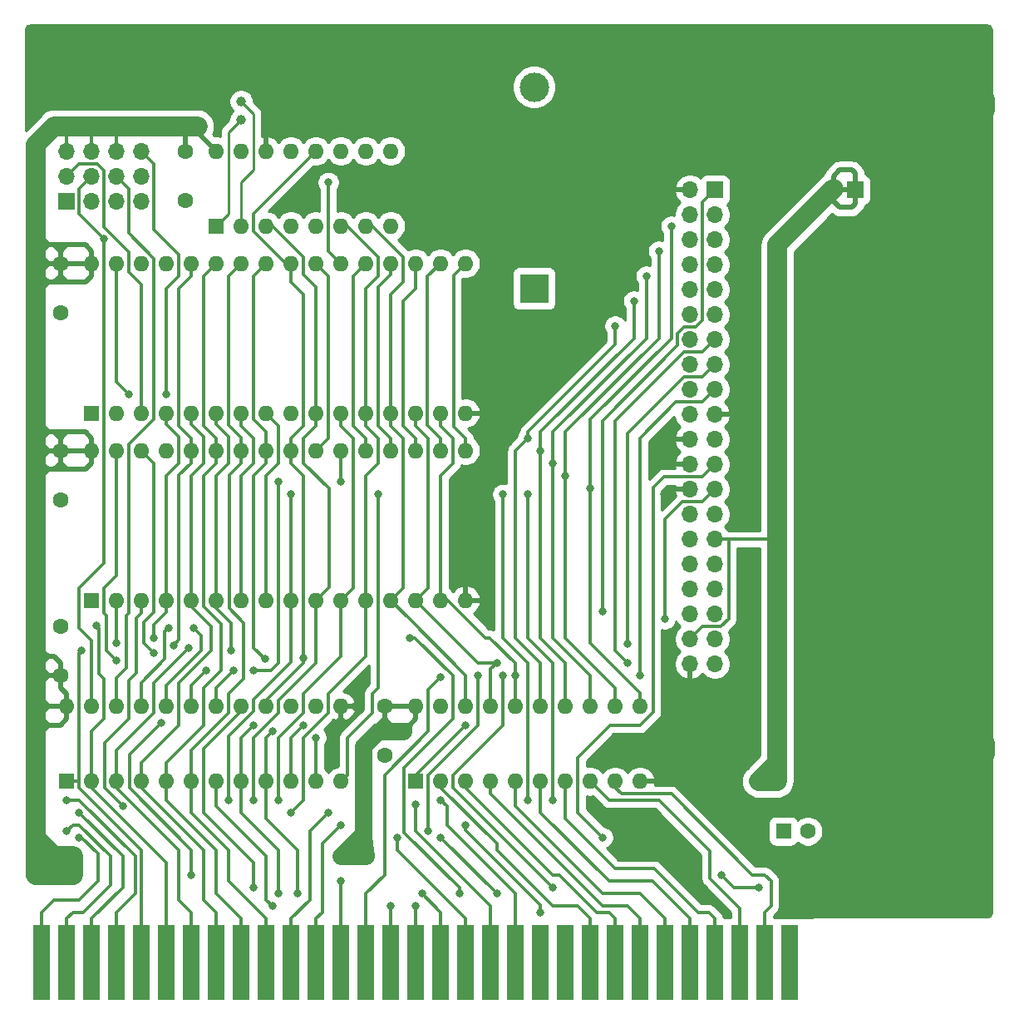
<source format=gtl>
%TF.GenerationSoftware,KiCad,Pcbnew,(5.1.9)-1*%
%TF.CreationDate,2021-05-05T16:33:14+08:00*%
%TF.ProjectId,Tandy1000Essentials,54616e64-7931-4303-9030-457373656e74,rev?*%
%TF.SameCoordinates,Original*%
%TF.FileFunction,Copper,L1,Top*%
%TF.FilePolarity,Positive*%
%FSLAX46Y46*%
G04 Gerber Fmt 4.6, Leading zero omitted, Abs format (unit mm)*
G04 Created by KiCad (PCBNEW (5.1.9)-1) date 2021-05-05 16:33:14*
%MOMM*%
%LPD*%
G01*
G04 APERTURE LIST*
%TA.AperFunction,ComponentPad*%
%ADD10R,1.700000X1.700000*%
%TD*%
%TA.AperFunction,ComponentPad*%
%ADD11O,1.600000X1.600000*%
%TD*%
%TA.AperFunction,ComponentPad*%
%ADD12R,1.600000X1.600000*%
%TD*%
%TA.AperFunction,ComponentPad*%
%ADD13C,3.000000*%
%TD*%
%TA.AperFunction,ComponentPad*%
%ADD14R,3.000000X3.000000*%
%TD*%
%TA.AperFunction,ComponentPad*%
%ADD15C,1.600000*%
%TD*%
%TA.AperFunction,ComponentPad*%
%ADD16O,1.700000X1.700000*%
%TD*%
%TA.AperFunction,ComponentPad*%
%ADD17C,1.000000*%
%TD*%
%TA.AperFunction,ComponentPad*%
%ADD18C,6.500000*%
%TD*%
%TA.AperFunction,ConnectorPad*%
%ADD19R,1.780000X7.620000*%
%TD*%
%TA.AperFunction,ViaPad*%
%ADD20C,0.800000*%
%TD*%
%TA.AperFunction,ViaPad*%
%ADD21C,1.000000*%
%TD*%
%TA.AperFunction,Conductor*%
%ADD22C,0.300000*%
%TD*%
%TA.AperFunction,Conductor*%
%ADD23C,0.500000*%
%TD*%
%TA.AperFunction,Conductor*%
%ADD24C,2.000000*%
%TD*%
%TA.AperFunction,Conductor*%
%ADD25C,1.000000*%
%TD*%
%TA.AperFunction,Conductor*%
%ADD26C,1.750000*%
%TD*%
%TA.AperFunction,Conductor*%
%ADD27C,0.250000*%
%TD*%
%TA.AperFunction,Conductor*%
%ADD28C,0.254000*%
%TD*%
%TA.AperFunction,Conductor*%
%ADD29C,0.100000*%
%TD*%
G04 APERTURE END LIST*
D10*
%TO.P,J2,1*%
%TO.N,VCC*%
X181951000Y-59817000D03*
%TD*%
D11*
%TO.P,U1,32*%
%TO.N,VCC*%
X104140000Y-67310000D03*
%TO.P,U1,16*%
%TO.N,GND*%
X142240000Y-82550000D03*
%TO.P,U1,31*%
%TO.N,~MEMW*%
X106680000Y-67310000D03*
%TO.P,U1,15*%
%TO.N,D2_BUF*%
X139700000Y-82550000D03*
%TO.P,U1,30*%
%TO.N,GND*%
X109220000Y-67310000D03*
%TO.P,U1,14*%
%TO.N,D1_BUF*%
X137160000Y-82550000D03*
%TO.P,U1,29*%
%TO.N,ATA_ADDR_JUMPER*%
X111760000Y-67310000D03*
%TO.P,U1,13*%
%TO.N,D0_BUF*%
X134620000Y-82550000D03*
%TO.P,U1,28*%
%TO.N,A13*%
X114300000Y-67310000D03*
%TO.P,U1,12*%
%TO.N,A00*%
X132080000Y-82550000D03*
%TO.P,U1,27*%
%TO.N,A08*%
X116840000Y-67310000D03*
%TO.P,U1,11*%
%TO.N,A01*%
X129540000Y-82550000D03*
%TO.P,U1,26*%
%TO.N,A09*%
X119380000Y-67310000D03*
%TO.P,U1,10*%
%TO.N,A02*%
X127000000Y-82550000D03*
%TO.P,U1,25*%
%TO.N,A11*%
X121920000Y-67310000D03*
%TO.P,U1,9*%
%TO.N,A03*%
X124460000Y-82550000D03*
%TO.P,U1,24*%
%TO.N,~MEMR*%
X124460000Y-67310000D03*
%TO.P,U1,8*%
%TO.N,A04*%
X121920000Y-82550000D03*
%TO.P,U1,23*%
%TO.N,A10*%
X127000000Y-67310000D03*
%TO.P,U1,7*%
%TO.N,A05*%
X119380000Y-82550000D03*
%TO.P,U1,22*%
%TO.N,~CE~_BIOS*%
X129540000Y-67310000D03*
%TO.P,U1,6*%
%TO.N,A06*%
X116840000Y-82550000D03*
%TO.P,U1,21*%
%TO.N,D7_BUF*%
X132080000Y-67310000D03*
%TO.P,U1,5*%
%TO.N,A07*%
X114300000Y-82550000D03*
%TO.P,U1,20*%
%TO.N,D6_BUF*%
X134620000Y-67310000D03*
%TO.P,U1,4*%
%TO.N,A12*%
X111760000Y-82550000D03*
%TO.P,U1,19*%
%TO.N,D5_BUF*%
X137160000Y-67310000D03*
%TO.P,U1,3*%
%TO.N,V20_JUMPER*%
X109220000Y-82550000D03*
%TO.P,U1,18*%
%TO.N,D4_BUF*%
X139700000Y-67310000D03*
%TO.P,U1,2*%
%TO.N,GND*%
X106680000Y-82550000D03*
%TO.P,U1,17*%
%TO.N,D3_BUF*%
X142240000Y-67310000D03*
D12*
%TO.P,U1,1*%
%TO.N,GND*%
X104140000Y-82550000D03*
%TD*%
D11*
%TO.P,U4,16*%
%TO.N,VCC*%
X116840000Y-55880000D03*
%TO.P,U4,8*%
%TO.N,GND*%
X134620000Y-63500000D03*
%TO.P,U4,15*%
%TO.N,Net-(U4-Pad15)*%
X119380000Y-55880000D03*
%TO.P,U4,7*%
%TO.N,D0_BUF*%
X132080000Y-63500000D03*
%TO.P,U4,14*%
%TO.N,GND*%
X121920000Y-55880000D03*
%TO.P,U4,6*%
%TO.N,A00*%
X129540000Y-63500000D03*
%TO.P,U4,13*%
%TO.N,VCC*%
X124460000Y-55880000D03*
%TO.P,U4,5*%
%TO.N,GND*%
X127000000Y-63500000D03*
%TO.P,U4,12*%
%TO.N,~MEMR*%
X127000000Y-55880000D03*
%TO.P,U4,4*%
%TO.N,Net-(BAT1-Pad1)*%
X124460000Y-63500000D03*
%TO.P,U4,11*%
%TO.N,~CE~_BIOS_DECODE*%
X129540000Y-55880000D03*
%TO.P,U4,3*%
%TO.N,A02*%
X121920000Y-63500000D03*
%TO.P,U4,10*%
%TO.N,~CE~_BIOS_THRU*%
X132080000Y-55880000D03*
%TO.P,U4,2*%
%TO.N,/XTAL2*%
X119380000Y-63500000D03*
%TO.P,U4,9*%
%TO.N,Net-(U4-Pad15)*%
X134620000Y-55880000D03*
D12*
%TO.P,U4,1*%
%TO.N,/XTAL1*%
X116840000Y-63500000D03*
%TD*%
D11*
%TO.P,U5,32*%
%TO.N,VCC*%
X104140000Y-86360000D03*
%TO.P,U5,16*%
%TO.N,GND*%
X142240000Y-101600000D03*
%TO.P,U5,31*%
%TO.N,A15*%
X106680000Y-86360000D03*
%TO.P,U5,15*%
%TO.N,D2_BUF*%
X139700000Y-101600000D03*
%TO.P,U5,30*%
%TO.N,A17*%
X109220000Y-86360000D03*
%TO.P,U5,14*%
%TO.N,D1_BUF*%
X137160000Y-101600000D03*
%TO.P,U5,29*%
%TO.N,~MEMW*%
X111760000Y-86360000D03*
%TO.P,U5,13*%
%TO.N,D0_BUF*%
X134620000Y-101600000D03*
%TO.P,U5,28*%
%TO.N,A13*%
X114300000Y-86360000D03*
%TO.P,U5,12*%
%TO.N,A00*%
X132080000Y-101600000D03*
%TO.P,U5,27*%
%TO.N,A08*%
X116840000Y-86360000D03*
%TO.P,U5,11*%
%TO.N,A01*%
X129540000Y-101600000D03*
%TO.P,U5,26*%
%TO.N,A09*%
X119380000Y-86360000D03*
%TO.P,U5,10*%
%TO.N,A02*%
X127000000Y-101600000D03*
%TO.P,U5,25*%
%TO.N,A11*%
X121920000Y-86360000D03*
%TO.P,U5,9*%
%TO.N,A03*%
X124460000Y-101600000D03*
%TO.P,U5,24*%
%TO.N,~MEMR*%
X124460000Y-86360000D03*
%TO.P,U5,8*%
%TO.N,A04*%
X121920000Y-101600000D03*
%TO.P,U5,23*%
%TO.N,A10*%
X127000000Y-86360000D03*
%TO.P,U5,7*%
%TO.N,A05*%
X119380000Y-101600000D03*
%TO.P,U5,22*%
%TO.N,A19*%
X129540000Y-86360000D03*
%TO.P,U5,6*%
%TO.N,A06*%
X116840000Y-101600000D03*
%TO.P,U5,21*%
%TO.N,D7_BUF*%
X132080000Y-86360000D03*
%TO.P,U5,5*%
%TO.N,A07*%
X114300000Y-101600000D03*
%TO.P,U5,20*%
%TO.N,D6_BUF*%
X134620000Y-86360000D03*
%TO.P,U5,4*%
%TO.N,A12*%
X111760000Y-101600000D03*
%TO.P,U5,19*%
%TO.N,D5_BUF*%
X137160000Y-86360000D03*
%TO.P,U5,3*%
%TO.N,A14*%
X109220000Y-101600000D03*
%TO.P,U5,18*%
%TO.N,D4_BUF*%
X139700000Y-86360000D03*
%TO.P,U5,2*%
%TO.N,A16*%
X106680000Y-101600000D03*
%TO.P,U5,17*%
%TO.N,D3_BUF*%
X142240000Y-86360000D03*
D12*
%TO.P,U5,1*%
%TO.N,A18*%
X104140000Y-101600000D03*
%TD*%
D13*
%TO.P,BAT1,2*%
%TO.N,GND*%
X149225000Y-49360000D03*
D14*
%TO.P,BAT1,1*%
%TO.N,Net-(BAT1-Pad1)*%
X149225000Y-69850000D03*
%TD*%
D15*
%TO.P,C5,2*%
%TO.N,GND*%
X100965000Y-91360000D03*
%TO.P,C5,1*%
%TO.N,VCC*%
X100965000Y-86360000D03*
%TD*%
D16*
%TO.P,J3,11*%
%TO.N,~CE~_BIOS*%
X109220000Y-58420000D03*
%TO.P,J3,12*%
%TO.N,~CE~_BIOS_DECODE*%
X109220000Y-55880000D03*
%TO.P,J3,10*%
%TO.N,~CE~_BIOS_THRU*%
X109220000Y-60960000D03*
%TO.P,J3,9*%
%TO.N,VCC*%
X106680000Y-55880000D03*
%TO.P,J3,6*%
X104140000Y-55880000D03*
%TO.P,J3,3*%
X101600000Y-55880000D03*
%TO.P,J3,8*%
%TO.N,ROM_ADDR_JUMPER*%
X106680000Y-58420000D03*
%TO.P,J3,7*%
%TO.N,GND*%
X106680000Y-60960000D03*
%TO.P,J3,5*%
%TO.N,ATA_ADDR_JUMPER*%
X104140000Y-58420000D03*
%TO.P,J3,4*%
%TO.N,GND*%
X104140000Y-60960000D03*
%TO.P,J3,2*%
%TO.N,V20_JUMPER*%
X101600000Y-58420000D03*
D10*
%TO.P,J3,1*%
%TO.N,GND*%
X101600000Y-60960000D03*
%TD*%
D15*
%TO.P,C4,2*%
%TO.N,GND*%
X113665000Y-60880000D03*
%TO.P,C4,1*%
%TO.N,VCC*%
X113665000Y-55880000D03*
%TD*%
D17*
%TO.P,Y1,2*%
%TO.N,/XTAL2*%
X119380000Y-50805000D03*
%TO.P,Y1,1*%
%TO.N,/XTAL1*%
X119380000Y-52705000D03*
%TD*%
D11*
%TO.P,U3,24*%
%TO.N,VCC*%
X101600000Y-112395000D03*
%TO.P,U3,12*%
%TO.N,A19*%
X129540000Y-120015000D03*
%TO.P,U3,23*%
%TO.N,ATA_ADDR_JUMPER*%
X104140000Y-112395000D03*
%TO.P,U3,11*%
%TO.N,A18*%
X127000000Y-120015000D03*
%TO.P,U3,22*%
%TO.N,ROM_ADDR_JUMPER*%
X106680000Y-112395000D03*
%TO.P,U3,10*%
%TO.N,A17*%
X124460000Y-120015000D03*
%TO.P,U3,21*%
%TO.N,~IOR*%
X109220000Y-112395000D03*
%TO.P,U3,9*%
%TO.N,A16*%
X121920000Y-120015000D03*
%TO.P,U3,20*%
%TO.N,~RESET*%
X111760000Y-112395000D03*
%TO.P,U3,8*%
%TO.N,A15*%
X119380000Y-120015000D03*
%TO.P,U3,19*%
%TO.N,~CS1~_ATA*%
X114300000Y-112395000D03*
%TO.P,U3,7*%
%TO.N,A14*%
X116840000Y-120015000D03*
%TO.P,U3,18*%
%TO.N,~CE~_BIOS_DECODE*%
X116840000Y-112395000D03*
%TO.P,U3,6*%
%TO.N,A09*%
X114300000Y-120015000D03*
%TO.P,U3,17*%
%TO.N,RESET*%
X119380000Y-112395000D03*
%TO.P,U3,5*%
%TO.N,A08*%
X111760000Y-120015000D03*
%TO.P,U3,16*%
%TO.N,~MEMR*%
X121920000Y-112395000D03*
%TO.P,U3,4*%
%TO.N,A07*%
X109220000Y-120015000D03*
%TO.P,U3,15*%
%TO.N,~IOR_OR_MEMR*%
X124460000Y-112395000D03*
%TO.P,U3,3*%
%TO.N,A06*%
X106680000Y-120015000D03*
%TO.P,U3,14*%
%TO.N,~CE~_D_BUF*%
X127000000Y-112395000D03*
%TO.P,U3,2*%
%TO.N,A05*%
X104140000Y-120015000D03*
%TO.P,U3,13*%
%TO.N,GND*%
X129540000Y-112395000D03*
D12*
%TO.P,U3,1*%
%TO.N,A04*%
X101600000Y-120015000D03*
%TD*%
D16*
%TO.P,J1,40*%
%TO.N,GND*%
X165100000Y-108077000D03*
%TO.P,J1,39*%
%TO.N,Net-(J1-Pad39)*%
X167640000Y-108077000D03*
%TO.P,J1,38*%
%TO.N,VCC*%
X165100000Y-105537000D03*
%TO.P,J1,37*%
%TO.N,~CS1~_ATA*%
X167640000Y-105537000D03*
%TO.P,J1,36*%
%TO.N,A03*%
X165100000Y-102997000D03*
%TO.P,J1,35*%
%TO.N,A01*%
X167640000Y-102997000D03*
%TO.P,J1,34*%
%TO.N,Net-(J1-Pad34)*%
X165100000Y-100457000D03*
%TO.P,J1,33*%
%TO.N,A02*%
X167640000Y-100457000D03*
%TO.P,J1,32*%
%TO.N,Net-(J1-Pad32)*%
X165100000Y-97917000D03*
%TO.P,J1,31*%
%TO.N,Net-(J1-Pad31)*%
X167640000Y-97917000D03*
%TO.P,J1,30*%
%TO.N,GND*%
X165100000Y-95377000D03*
%TO.P,J1,29*%
%TO.N,VCC*%
X167640000Y-95377000D03*
%TO.P,J1,28*%
%TO.N,Net-(J1-Pad28)*%
X165100000Y-92837000D03*
%TO.P,J1,27*%
%TO.N,Net-(J1-Pad27)*%
X167640000Y-92837000D03*
%TO.P,J1,26*%
%TO.N,GND*%
X165100000Y-90297000D03*
%TO.P,J1,25*%
%TO.N,~IOR*%
X167640000Y-90297000D03*
%TO.P,J1,24*%
%TO.N,GND*%
X165100000Y-87757000D03*
%TO.P,J1,23*%
%TO.N,~IOW*%
X167640000Y-87757000D03*
%TO.P,J1,22*%
%TO.N,GND*%
X165100000Y-85217000D03*
%TO.P,J1,21*%
%TO.N,Net-(J1-Pad21)*%
X167640000Y-85217000D03*
%TO.P,J1,20*%
%TO.N,Net-(J1-Pad20)*%
X165100000Y-82677000D03*
%TO.P,J1,19*%
%TO.N,GND*%
X167640000Y-82677000D03*
%TO.P,J1,18*%
%TO.N,Net-(J1-Pad18)*%
X165100000Y-80137000D03*
%TO.P,J1,17*%
%TO.N,D0_BUF*%
X167640000Y-80137000D03*
%TO.P,J1,16*%
%TO.N,Net-(J1-Pad16)*%
X165100000Y-77597000D03*
%TO.P,J1,15*%
%TO.N,D1_BUF*%
X167640000Y-77597000D03*
%TO.P,J1,14*%
%TO.N,Net-(J1-Pad14)*%
X165100000Y-75057000D03*
%TO.P,J1,13*%
%TO.N,D2_BUF*%
X167640000Y-75057000D03*
%TO.P,J1,12*%
%TO.N,Net-(J1-Pad12)*%
X165100000Y-72517000D03*
%TO.P,J1,11*%
%TO.N,D3_BUF*%
X167640000Y-72517000D03*
%TO.P,J1,10*%
%TO.N,Net-(J1-Pad10)*%
X165100000Y-69977000D03*
%TO.P,J1,9*%
%TO.N,D4_BUF*%
X167640000Y-69977000D03*
%TO.P,J1,8*%
%TO.N,Net-(J1-Pad8)*%
X165100000Y-67437000D03*
%TO.P,J1,7*%
%TO.N,D5_BUF*%
X167640000Y-67437000D03*
%TO.P,J1,6*%
%TO.N,Net-(J1-Pad6)*%
X165100000Y-64897000D03*
%TO.P,J1,5*%
%TO.N,D6_BUF*%
X167640000Y-64897000D03*
%TO.P,J1,4*%
%TO.N,Net-(J1-Pad4)*%
X165100000Y-62357000D03*
%TO.P,J1,3*%
%TO.N,D7_BUF*%
X167640000Y-62357000D03*
%TO.P,J1,2*%
%TO.N,GND*%
X165100000Y-59817000D03*
D10*
%TO.P,J1,1*%
%TO.N,~RESET*%
X167640000Y-59817000D03*
%TD*%
D18*
%TO.P,H4,1*%
%TO.N,GND*%
X192913000Y-116713000D03*
%TD*%
D15*
%TO.P,C6,2*%
%TO.N,GND*%
X177125000Y-125095000D03*
D12*
%TO.P,C6,1*%
%TO.N,VCC*%
X174625000Y-125095000D03*
%TD*%
D15*
%TO.P,C3,2*%
%TO.N,GND*%
X133985000Y-117395000D03*
%TO.P,C3,1*%
%TO.N,VCC*%
X133985000Y-112395000D03*
%TD*%
%TO.P,C2,2*%
%TO.N,GND*%
X100965000Y-104220000D03*
%TO.P,C2,1*%
%TO.N,VCC*%
X100965000Y-109220000D03*
%TD*%
%TO.P,C1,2*%
%TO.N,GND*%
X100965000Y-72310000D03*
%TO.P,C1,1*%
%TO.N,VCC*%
X100965000Y-67310000D03*
%TD*%
D11*
%TO.P,U2,20*%
%TO.N,VCC*%
X137160000Y-112395000D03*
%TO.P,U2,10*%
%TO.N,GND*%
X160020000Y-120015000D03*
%TO.P,U2,19*%
%TO.N,~CE~_D_BUF*%
X139700000Y-112395000D03*
%TO.P,U2,9*%
%TO.N,D7*%
X157480000Y-120015000D03*
%TO.P,U2,18*%
%TO.N,D0_BUF*%
X142240000Y-112395000D03*
%TO.P,U2,8*%
%TO.N,D6*%
X154940000Y-120015000D03*
%TO.P,U2,17*%
%TO.N,D1_BUF*%
X144780000Y-112395000D03*
%TO.P,U2,7*%
%TO.N,D5*%
X152400000Y-120015000D03*
%TO.P,U2,16*%
%TO.N,D2_BUF*%
X147320000Y-112395000D03*
%TO.P,U2,6*%
%TO.N,D4*%
X149860000Y-120015000D03*
%TO.P,U2,15*%
%TO.N,D3_BUF*%
X149860000Y-112395000D03*
%TO.P,U2,5*%
%TO.N,D3*%
X147320000Y-120015000D03*
%TO.P,U2,14*%
%TO.N,D4_BUF*%
X152400000Y-112395000D03*
%TO.P,U2,4*%
%TO.N,D2*%
X144780000Y-120015000D03*
%TO.P,U2,13*%
%TO.N,D5_BUF*%
X154940000Y-112395000D03*
%TO.P,U2,3*%
%TO.N,D1*%
X142240000Y-120015000D03*
%TO.P,U2,12*%
%TO.N,D6_BUF*%
X157480000Y-112395000D03*
%TO.P,U2,2*%
%TO.N,D0*%
X139700000Y-120015000D03*
%TO.P,U2,11*%
%TO.N,D7_BUF*%
X160020000Y-112395000D03*
D12*
%TO.P,U2,1*%
%TO.N,~IOR_OR_MEMR*%
X137160000Y-120015000D03*
%TD*%
D18*
%TO.P,H3,1*%
%TO.N,GND*%
X166370000Y-116713000D03*
%TD*%
%TO.P,H1,1*%
%TO.N,GND*%
X166370000Y-51181000D03*
%TD*%
%TO.P,H2,1*%
%TO.N,GND*%
X192913000Y-51181000D03*
%TD*%
D19*
%TO.P,J4,62*%
%TO.N,A00*%
X99060000Y-138430000D03*
%TO.P,J4,61*%
%TO.N,A01*%
X101600000Y-138430000D03*
%TO.P,J4,60*%
%TO.N,A02*%
X104140000Y-138430000D03*
%TO.P,J4,59*%
%TO.N,A03*%
X106680000Y-138430000D03*
%TO.P,J4,58*%
%TO.N,A04*%
X109220000Y-138430000D03*
%TO.P,J4,57*%
%TO.N,A05*%
X111760000Y-138430000D03*
%TO.P,J4,56*%
%TO.N,A06*%
X114300000Y-138430000D03*
%TO.P,J4,55*%
%TO.N,A07*%
X116840000Y-138430000D03*
%TO.P,J4,54*%
%TO.N,A08*%
X119380000Y-138430000D03*
%TO.P,J4,53*%
%TO.N,A09*%
X121920000Y-138430000D03*
%TO.P,J4,52*%
%TO.N,A10*%
X124460000Y-138430000D03*
%TO.P,J4,51*%
%TO.N,A11*%
X127000000Y-138430000D03*
%TO.P,J4,50*%
%TO.N,A12*%
X129540000Y-138430000D03*
%TO.P,J4,49*%
%TO.N,A13*%
X132080000Y-138430000D03*
%TO.P,J4,48*%
%TO.N,A14*%
X134620000Y-138430000D03*
%TO.P,J4,47*%
%TO.N,A15*%
X137160000Y-138430000D03*
%TO.P,J4,46*%
%TO.N,A16*%
X139700000Y-138430000D03*
%TO.P,J4,45*%
%TO.N,A17*%
X142240000Y-138430000D03*
%TO.P,J4,44*%
%TO.N,A18*%
X144780000Y-138430000D03*
%TO.P,J4,43*%
%TO.N,A19*%
X147320000Y-138430000D03*
%TO.P,J4,42*%
%TO.N,Net-(J4-Pad42)*%
X149860000Y-138430000D03*
%TO.P,J4,41*%
%TO.N,Net-(J4-Pad41)*%
X152400000Y-138430000D03*
%TO.P,J4,40*%
%TO.N,D0*%
X154940000Y-138430000D03*
%TO.P,J4,39*%
%TO.N,D1*%
X157480000Y-138430000D03*
%TO.P,J4,38*%
%TO.N,D2*%
X160020000Y-138430000D03*
%TO.P,J4,37*%
%TO.N,D3*%
X162560000Y-138430000D03*
%TO.P,J4,36*%
%TO.N,D4*%
X165100000Y-138430000D03*
%TO.P,J4,35*%
%TO.N,D5*%
X167640000Y-138430000D03*
%TO.P,J4,34*%
%TO.N,D6*%
X170180000Y-138430000D03*
%TO.P,J4,33*%
%TO.N,D7*%
X172720000Y-138430000D03*
%TO.P,J4,32*%
%TO.N,Net-(J4-Pad32)*%
X175260000Y-138430000D03*
%TD*%
D20*
%TO.N,A00*%
X102870000Y-125730000D03*
X124460000Y-123190000D03*
%TO.N,A01*%
X101600000Y-125095000D03*
X123190000Y-121920006D03*
%TO.N,A02*%
X120650000Y-121920000D03*
X102870000Y-123190000D03*
%TO.N,A03*%
X101600000Y-121920000D03*
X118110000Y-121920000D03*
X124460000Y-90805000D03*
%TO.N,A04*%
X103124000Y-106680000D03*
%TO.N,A05*%
X104648000Y-104140000D03*
%TO.N,A06*%
X118364014Y-106679992D03*
X114046000Y-106426000D03*
%TO.N,A10*%
X148590000Y-121920000D03*
X128270012Y-123190000D03*
X146050000Y-90805000D03*
%TO.N,A11*%
X143510000Y-109220000D03*
X138430000Y-125095000D03*
X129540000Y-124460000D03*
X121793004Y-107568996D03*
%TO.N,A12*%
X114300000Y-129540000D03*
X129540000Y-130175000D03*
X111252000Y-114046000D03*
X110490000Y-105410000D03*
%TO.N,A13*%
X139700000Y-109400010D03*
X112522000Y-106172000D03*
%TO.N,A15*%
X137160000Y-132715000D03*
X123190000Y-131445000D03*
X120650000Y-114300000D03*
X106680000Y-107696000D03*
%TO.N,A16*%
X125095000Y-131445000D03*
X137795000Y-131445000D03*
X122555000Y-114935000D03*
X106680000Y-105918000D03*
%TO.N,A17*%
X135255000Y-125730000D03*
X125730000Y-114300000D03*
X110490000Y-106934002D03*
%TO.N,A18*%
X127000000Y-115570000D03*
X137160000Y-122380000D03*
%TO.N,A19*%
X129540000Y-89535000D03*
X133350000Y-90805000D03*
X139700000Y-121920000D03*
D21*
%TO.N,GND*%
X175260000Y-130810000D03*
X175260000Y-132715000D03*
X170815000Y-93345000D03*
X170815000Y-97155000D03*
X170815000Y-99060000D03*
X170815000Y-100965000D03*
X170815000Y-91440000D03*
X170815000Y-89535000D03*
X144780000Y-82550000D03*
X160655000Y-123190000D03*
X156845000Y-123190000D03*
X158750000Y-123190000D03*
X162560000Y-85089984D03*
X162560000Y-87630000D03*
X162568468Y-90813468D03*
X98425000Y-48895000D03*
X98425000Y-46990000D03*
X98425000Y-46990000D03*
X98425000Y-45085000D03*
X99695000Y-45085000D03*
X99695000Y-46990000D03*
X99695000Y-48895000D03*
X144780000Y-101600000D03*
X167005000Y-132080000D03*
X165735002Y-130810000D03*
X142240000Y-97790000D03*
X144780000Y-97790000D03*
X142240000Y-94615000D03*
X144780000Y-94615000D03*
X144780000Y-67945000D03*
X144780000Y-63500000D03*
X144780000Y-69850000D03*
X144780000Y-61595000D03*
X128651000Y-117475000D03*
X128651000Y-114935000D03*
X162560000Y-125095000D03*
X160655000Y-125095000D03*
X158750000Y-125095000D03*
%TO.N,VCC*%
X102235000Y-127635000D03*
X102235000Y-129540000D03*
D20*
X132080000Y-127635000D03*
X130810000Y-127635000D03*
D21*
X173990000Y-120015000D03*
X172085000Y-120015000D03*
D20*
X129540000Y-127635000D03*
%TO.N,~IOR*%
X162560000Y-103505000D03*
X141605000Y-131445000D03*
X136525002Y-105410000D03*
X112014000Y-104394000D03*
%TO.N,~IOW*%
X145415000Y-131445000D03*
X156210000Y-125730000D03*
X139699991Y-125729991D03*
%TO.N,~MEMR*%
X146050000Y-109220000D03*
X151130000Y-130810000D03*
X125729990Y-107441990D03*
%TO.N,~MEMW*%
X107950000Y-80645000D03*
X149860000Y-133350000D03*
X151130000Y-121920000D03*
X142240000Y-124460000D03*
X148590000Y-90805000D03*
%TO.N,RESET*%
X172085000Y-130810000D03*
X168275000Y-129540000D03*
X120650000Y-130810006D03*
%TO.N,~CS1~_ATA*%
X115824003Y-108712003D03*
%TO.N,D0_BUF*%
X160020000Y-109220000D03*
%TO.N,D1_BUF*%
X145415000Y-107950000D03*
X158750000Y-106045000D03*
%TO.N,D2_BUF*%
X147320000Y-109220000D03*
X158750000Y-107950000D03*
%TO.N,D3_BUF*%
X157479994Y-73660000D03*
X148590000Y-85089994D03*
%TO.N,D4_BUF*%
X159385000Y-71120000D03*
X149860000Y-86359994D03*
%TO.N,D5_BUF*%
X160655000Y-68580000D03*
X151130000Y-87630000D03*
%TO.N,D6_BUF*%
X161925000Y-66040000D03*
X152400000Y-88900014D03*
%TO.N,D7_BUF*%
X163195000Y-63500000D03*
X154940000Y-90170000D03*
%TO.N,~RESET*%
X156168399Y-102727406D03*
X114554000Y-104394000D03*
%TO.N,~CE~_BIOS*%
X128270000Y-59055010D03*
%TO.N,ATA_ADDR_JUMPER*%
X105410000Y-64770000D03*
%TO.N,A14*%
X134620000Y-132715000D03*
X122555000Y-132715000D03*
X107314992Y-122555000D03*
%TO.N,~IOR_OR_MEMR*%
X142240000Y-114300000D03*
%TO.N,~CE~_BIOS_DECODE*%
X111760000Y-80645000D03*
X120649982Y-108712000D03*
X118617998Y-108712000D03*
X123190000Y-89535000D03*
%TD*%
D22*
%TO.N,A00*%
X99060000Y-133350000D02*
X99060000Y-138430000D01*
X100330000Y-132080000D02*
X99060000Y-133350000D01*
X102870000Y-132080000D02*
X100330000Y-132080000D01*
X104775000Y-130175000D02*
X102870000Y-132080000D01*
X103124000Y-125730000D02*
X104775000Y-127381000D01*
X104775000Y-127381000D02*
X104775000Y-130175000D01*
X102870000Y-125730000D02*
X103124000Y-125730000D01*
X132080000Y-83820000D02*
X132080000Y-82550000D01*
X133350000Y-85090000D02*
X132080000Y-83820000D01*
X133350000Y-87630000D02*
X133350000Y-85090000D01*
X132080000Y-88900000D02*
X133350000Y-87630000D01*
X132080000Y-101600000D02*
X132080000Y-88900000D01*
X128270000Y-111125000D02*
X128270000Y-113030000D01*
X132080000Y-107315000D02*
X128270000Y-111125000D01*
X125730000Y-121920000D02*
X124460000Y-123190000D01*
X132080000Y-101600000D02*
X132080000Y-107315000D01*
X125730000Y-115570000D02*
X125730000Y-121920000D01*
X128270000Y-113030000D02*
X125730000Y-115570000D01*
X130175000Y-63500000D02*
X129540000Y-63500000D01*
X133350000Y-66675000D02*
X130175000Y-63500000D01*
X133350000Y-68580000D02*
X133350000Y-66675000D01*
X132080000Y-69850000D02*
X133350000Y-68580000D01*
X132080000Y-82550000D02*
X132080000Y-69850000D01*
%TO.N,A01*%
X129540000Y-104140000D02*
X129540000Y-102870000D01*
X129540000Y-102870000D02*
X129540000Y-101600000D01*
X101600000Y-133985000D02*
X101600000Y-138430000D01*
X102235000Y-133350000D02*
X101600000Y-133985000D01*
X103251250Y-133350000D02*
X102235000Y-133350000D01*
X106045000Y-130556250D02*
X103251250Y-133350000D01*
X102870000Y-124460000D02*
X106045000Y-127635000D01*
X106045000Y-127635000D02*
X106045000Y-130556250D01*
X102235000Y-124460000D02*
X102870000Y-124460000D01*
X101600000Y-125095000D02*
X102235000Y-124460000D01*
X123190000Y-115570000D02*
X123190000Y-115641194D01*
X125730000Y-113030000D02*
X123190000Y-115570000D01*
X125730000Y-111125000D02*
X125730000Y-113030000D01*
X129540000Y-107315000D02*
X125730000Y-111125000D01*
X129540000Y-104140000D02*
X129540000Y-107315000D01*
X123190000Y-115570000D02*
X123190000Y-121920006D01*
X129540000Y-101600000D02*
X130810000Y-100330000D01*
X130810000Y-100330000D02*
X130810000Y-85090000D01*
X130810000Y-85090000D02*
X129540000Y-83820000D01*
X129540000Y-83820000D02*
X129540000Y-82550000D01*
%TO.N,A02*%
X107315000Y-130810000D02*
X104140000Y-133985000D01*
X107315000Y-127635000D02*
X107315000Y-130810000D01*
X104140000Y-133985000D02*
X104140000Y-138430000D01*
X102870000Y-123190000D02*
X107315000Y-127635000D01*
X127000000Y-107950000D02*
X127000000Y-101600000D01*
X123190000Y-111760000D02*
X127000000Y-107950000D01*
X123190000Y-113082618D02*
X123190000Y-111760000D01*
X120650000Y-115622618D02*
X123190000Y-113082618D01*
X120650000Y-121920000D02*
X120650000Y-115622618D01*
X128329999Y-100270001D02*
X127000000Y-101600000D01*
X128329999Y-90229999D02*
X128329999Y-100270001D01*
X125730000Y-87630000D02*
X128329999Y-90229999D01*
X125730000Y-85090000D02*
X125730000Y-87630000D01*
X127000000Y-83820000D02*
X125730000Y-85090000D01*
X127000000Y-82550000D02*
X127000000Y-83820000D01*
X127000000Y-69740002D02*
X127000000Y-82550000D01*
X125730000Y-68470002D02*
X127000000Y-69740002D01*
X125730000Y-66675000D02*
X125730000Y-68470002D01*
X122555000Y-63500000D02*
X125730000Y-66675000D01*
X121920000Y-63500000D02*
X122555000Y-63500000D01*
%TO.N,A03*%
X102870000Y-121920000D02*
X101600000Y-121920000D01*
X108585000Y-127635000D02*
X102870000Y-121920000D01*
X108585000Y-131445000D02*
X108585000Y-127635000D01*
X106680000Y-133350000D02*
X108585000Y-131445000D01*
X106680000Y-138430000D02*
X106680000Y-133350000D01*
X118110000Y-115455802D02*
X120659832Y-112905970D01*
X118110000Y-121920000D02*
X118110000Y-115455802D01*
X120659832Y-112905970D02*
X120659832Y-111718654D01*
X124460000Y-107918486D02*
X124460000Y-90805000D01*
X120659832Y-111718654D02*
X124460000Y-107918486D01*
%TO.N,A04*%
X109220000Y-127000000D02*
X102870000Y-120650000D01*
X109220000Y-138430000D02*
X109220000Y-127000000D01*
X101600000Y-120015000D02*
X102870000Y-120015000D01*
X102870000Y-120650000D02*
X102870000Y-120015000D01*
X102870000Y-106934000D02*
X103124000Y-106680000D01*
X102870000Y-120015000D02*
X102870000Y-106934000D01*
X123190000Y-83820000D02*
X121920000Y-82550000D01*
X123190000Y-87630000D02*
X123190000Y-83820000D01*
X121920000Y-88900000D02*
X123190000Y-87630000D01*
X121920000Y-101600000D02*
X121920000Y-88900000D01*
%TO.N,A05*%
X104902000Y-104394000D02*
X104648000Y-104140000D01*
X105410000Y-109594599D02*
X104902000Y-109086599D01*
X105410000Y-113665000D02*
X105410000Y-109594599D01*
X104140000Y-114935000D02*
X105410000Y-113665000D01*
X104902000Y-109086599D02*
X104902000Y-104394000D01*
X104140000Y-120650000D02*
X104140000Y-114935000D01*
X111760000Y-128270000D02*
X104140000Y-120650000D01*
X111760000Y-138430000D02*
X111760000Y-128270000D01*
X119380000Y-83820000D02*
X119380000Y-82550000D01*
X120650000Y-87630000D02*
X120650000Y-85090000D01*
X120650000Y-85090000D02*
X119380000Y-83820000D01*
X119380000Y-88900000D02*
X120650000Y-87630000D01*
X119380000Y-101600000D02*
X119380000Y-88900000D01*
%TO.N,A06*%
X118364014Y-103886014D02*
X118364014Y-106679992D01*
X116840000Y-102362000D02*
X118364014Y-103886014D01*
X116840000Y-101600000D02*
X116840000Y-102362000D01*
X110490000Y-109982000D02*
X114046000Y-106426000D01*
X106680000Y-116840000D02*
X110490000Y-113030000D01*
X113030000Y-127000000D02*
X106680000Y-120650000D01*
X114300000Y-133350000D02*
X113030000Y-132080000D01*
X114300000Y-138430000D02*
X114300000Y-133350000D01*
X106680000Y-120650000D02*
X106680000Y-116840000D01*
X113030000Y-132080000D02*
X113030000Y-127000000D01*
X110490000Y-113030000D02*
X110490000Y-109982000D01*
X116840000Y-83681370D02*
X116840000Y-82550000D01*
X118110000Y-84951370D02*
X116840000Y-83681370D01*
X118110000Y-87630000D02*
X118110000Y-84951370D01*
X116840000Y-88900000D02*
X118110000Y-87630000D01*
X116840000Y-101600000D02*
X116840000Y-88900000D01*
%TO.N,A07*%
X114300000Y-102235000D02*
X114300000Y-101600000D01*
X116332000Y-104267000D02*
X114300000Y-102235000D01*
X113030000Y-109982000D02*
X116332000Y-106680000D01*
X109220000Y-118110000D02*
X113030000Y-114300000D01*
X116332000Y-106680000D02*
X116332000Y-104267000D01*
X109220000Y-120650000D02*
X109220000Y-118110000D01*
X115570000Y-127000000D02*
X109220000Y-120650000D01*
X113030000Y-114300000D02*
X113030000Y-109982000D01*
X115570000Y-132080000D02*
X115570000Y-127000000D01*
X116840000Y-133350000D02*
X115570000Y-132080000D01*
X116840000Y-138430000D02*
X116840000Y-133350000D01*
X115570000Y-84951370D02*
X114300000Y-83681370D01*
X114300000Y-83681370D02*
X114300000Y-82550000D01*
X115570000Y-87630000D02*
X115570000Y-84951370D01*
X114300000Y-88900000D02*
X115570000Y-87630000D01*
X114300000Y-101600000D02*
X114300000Y-88900000D01*
%TO.N,A08*%
X119380000Y-133985000D02*
X119380000Y-138430000D01*
X116840000Y-131445000D02*
X119380000Y-133985000D01*
X116840000Y-127000000D02*
X116840000Y-131445000D01*
X111760000Y-121920000D02*
X116840000Y-127000000D01*
X111760000Y-118110000D02*
X111760000Y-121920000D01*
X115570000Y-114300000D02*
X111760000Y-118110000D01*
X115570000Y-111760000D02*
X115570000Y-114300000D01*
X115570000Y-68580000D02*
X116840000Y-67310000D01*
X116840000Y-85090000D02*
X115570000Y-83820000D01*
X115570000Y-83820000D02*
X115570000Y-68580000D01*
X116840000Y-86360000D02*
X116840000Y-85090000D01*
X115570000Y-110490000D02*
X115570000Y-111760000D01*
X117348000Y-108712000D02*
X115570000Y-110490000D01*
X115570000Y-102235000D02*
X117348000Y-104013000D01*
X117348000Y-104013000D02*
X117348000Y-108712000D01*
X115570000Y-88900000D02*
X115570000Y-102235000D01*
X116840000Y-87630000D02*
X115570000Y-88900000D01*
X116840000Y-86360000D02*
X116840000Y-87630000D01*
%TO.N,A09*%
X118110000Y-68580000D02*
X119380000Y-67310000D01*
X118110000Y-83748940D02*
X118110000Y-68580000D01*
X119380000Y-85018940D02*
X118110000Y-83748940D01*
X119380000Y-86288940D02*
X119380000Y-85018940D01*
X121920000Y-133985000D02*
X121920000Y-138430000D01*
X118110000Y-130175000D02*
X121920000Y-133985000D01*
X114300000Y-123190000D02*
X118110000Y-127000000D01*
X118110000Y-127000000D02*
X118110000Y-130175000D01*
X114300000Y-116840000D02*
X114300000Y-123190000D01*
X118110000Y-113030000D02*
X114300000Y-116840000D01*
X119634000Y-109601000D02*
X118110000Y-111125000D01*
X118110000Y-111125000D02*
X118110000Y-113030000D01*
X119634000Y-103886000D02*
X119634000Y-109601000D01*
X118164999Y-102416999D02*
X119634000Y-103886000D01*
X118164999Y-101016799D02*
X118164999Y-102416999D01*
X119380000Y-87630000D02*
X118745000Y-88265000D01*
X119380000Y-86360000D02*
X119380000Y-87630000D01*
X118164999Y-99640001D02*
X118164999Y-101016799D01*
X118164999Y-88845001D02*
X118164999Y-99640001D01*
X118745000Y-88265000D02*
X118164999Y-88845001D01*
%TO.N,A10*%
X127000000Y-85839198D02*
X126992600Y-85839198D01*
X126365000Y-125095012D02*
X128270012Y-123190000D01*
X126365000Y-132080000D02*
X126365000Y-125095012D01*
X124460000Y-133985000D02*
X126365000Y-132080000D01*
X124460000Y-138430000D02*
X124460000Y-133985000D01*
X128270000Y-85090000D02*
X127000000Y-86360000D01*
X128270000Y-68580000D02*
X128270000Y-85090000D01*
X127000000Y-67310000D02*
X128270000Y-68580000D01*
X148590000Y-107950000D02*
X148590000Y-121920000D01*
X146050000Y-105410000D02*
X148590000Y-107950000D01*
X146050000Y-90805000D02*
X146050000Y-105410000D01*
%TO.N,A11*%
X143510000Y-109220000D02*
X143510000Y-114300000D01*
X138430000Y-119380000D02*
X138430000Y-123190000D01*
X143510000Y-114300000D02*
X138430000Y-119380000D01*
X138430000Y-123190000D02*
X138430000Y-125095000D01*
X127635000Y-126365000D02*
X129540000Y-124460000D01*
X127635000Y-133350000D02*
X127635000Y-126365000D01*
X127000000Y-133985000D02*
X127635000Y-133350000D01*
X127000000Y-138430000D02*
X127000000Y-133985000D01*
X120650000Y-68580000D02*
X121920000Y-67310000D01*
X120650000Y-83185000D02*
X120650000Y-68580000D01*
X121920000Y-84455000D02*
X120650000Y-83185000D01*
X121920000Y-87630000D02*
X121920000Y-84455000D01*
X120650000Y-106425992D02*
X121793004Y-107568996D01*
X120650000Y-88900000D02*
X120650000Y-106425992D01*
X121920000Y-87630000D02*
X120650000Y-88900000D01*
%TO.N,A12*%
X129540000Y-138430000D02*
X129540000Y-130175000D01*
X108009999Y-120709999D02*
X108009999Y-117288001D01*
X114300000Y-127000000D02*
X108009999Y-120709999D01*
X108009999Y-117288001D02*
X111252000Y-114046000D01*
X114300000Y-129540000D02*
X114300000Y-127000000D01*
X111760000Y-101600000D02*
X111760000Y-102841158D01*
X111760000Y-102841158D02*
X110490000Y-104111158D01*
X110490000Y-104111158D02*
X110490000Y-105410000D01*
X111760000Y-83681370D02*
X111760000Y-82550000D01*
X113030000Y-84951370D02*
X111760000Y-83681370D01*
X113030000Y-87630000D02*
X113030000Y-84951370D01*
X111760000Y-88900000D02*
X113030000Y-87630000D01*
X111760000Y-101600000D02*
X111760000Y-88900000D01*
%TO.N,A13*%
X114300000Y-87630000D02*
X114300000Y-86360000D01*
X138430000Y-110670010D02*
X139700000Y-109400010D01*
X138430000Y-114935000D02*
X138430000Y-110670010D01*
X133985000Y-119380000D02*
X138430000Y-114935000D01*
X133985000Y-129540000D02*
X133985000Y-119380000D01*
X132080000Y-131445000D02*
X133985000Y-129540000D01*
X132080000Y-138430000D02*
X132080000Y-131445000D01*
X113030000Y-69850000D02*
X114300000Y-68580000D01*
X114300000Y-68580000D02*
X114300000Y-67310000D01*
X113030000Y-83820000D02*
X113030000Y-69850000D01*
X114300000Y-85090000D02*
X113030000Y-83820000D01*
X114300000Y-86360000D02*
X114300000Y-85090000D01*
X113049004Y-105644996D02*
X112522000Y-106172000D01*
X113049004Y-88880996D02*
X113049004Y-105644996D01*
X114300000Y-87630000D02*
X113049004Y-88880996D01*
%TO.N,A15*%
X137160000Y-132715000D02*
X137160000Y-138430000D01*
X119380000Y-115570000D02*
X120650000Y-114300000D01*
X119380000Y-123190000D02*
X119380000Y-115570000D01*
X123190000Y-127000000D02*
X119380000Y-123190000D01*
X123190000Y-131445000D02*
X123190000Y-127000000D01*
X105410000Y-100330000D02*
X106680000Y-99060000D01*
X105410000Y-102870000D02*
X105410000Y-100330000D01*
X105664000Y-103124000D02*
X105410000Y-102870000D01*
X105664000Y-106680000D02*
X105664000Y-103124000D01*
X106680000Y-99060000D02*
X106680000Y-86360000D01*
X106680000Y-107696000D02*
X105664000Y-106680000D01*
%TO.N,A16*%
X139700000Y-133350000D02*
X139700000Y-138430000D01*
X137795000Y-131445000D02*
X139700000Y-133350000D01*
X121920000Y-118110000D02*
X121920000Y-115570000D01*
X121920000Y-115570000D02*
X122555000Y-114935000D01*
X121920000Y-123825000D02*
X121920000Y-118110000D01*
X125095000Y-127000000D02*
X121920000Y-123825000D01*
X125095000Y-131445000D02*
X125095000Y-127000000D01*
X106680000Y-101600000D02*
X106680000Y-105918000D01*
%TO.N,A17*%
X135255000Y-125730000D02*
X135255000Y-127000000D01*
X135255000Y-127000000D02*
X142240000Y-133985000D01*
X142240000Y-133985000D02*
X142240000Y-138430000D01*
X124460000Y-115570000D02*
X125730000Y-114300000D01*
X124460000Y-120015000D02*
X124460000Y-115570000D01*
X110490000Y-87630000D02*
X110490000Y-102824988D01*
X109474000Y-105918002D02*
X110490000Y-106934002D01*
X109220000Y-86360000D02*
X110490000Y-87630000D01*
X110490000Y-102824988D02*
X109474000Y-103840988D01*
X109474000Y-103840988D02*
X109474000Y-105918002D01*
%TO.N,A18*%
X144780000Y-138430000D02*
X144780000Y-132715000D01*
X144780000Y-132715000D02*
X137795000Y-125730000D01*
X127000000Y-116840000D02*
X127000000Y-115570000D01*
X127000000Y-118110000D02*
X127000000Y-116840000D01*
X127000000Y-118110000D02*
X127000000Y-120015000D01*
X137160000Y-125095000D02*
X137160000Y-122380000D01*
X137795000Y-125730000D02*
X137160000Y-125095000D01*
%TO.N,A19*%
X147320000Y-131444978D02*
X140335022Y-124460000D01*
X147320000Y-138430000D02*
X147320000Y-131444978D01*
X129540000Y-86360000D02*
X129540000Y-89535000D01*
X140335022Y-122555022D02*
X139700000Y-121920000D01*
X140335022Y-124460000D02*
X140335022Y-122555022D01*
X130175000Y-119380000D02*
X129540000Y-120015000D01*
X130175000Y-115606356D02*
X130175000Y-119380000D01*
X132715000Y-113066356D02*
X130175000Y-115606356D01*
X132715000Y-111125000D02*
X132715000Y-113066356D01*
X133350000Y-110490000D02*
X132715000Y-111125000D01*
X133350000Y-90805000D02*
X133350000Y-110490000D01*
%TO.N,D0*%
X154940000Y-133985000D02*
X154940000Y-138430000D01*
X153670000Y-132715000D02*
X154940000Y-133985000D01*
X153670000Y-132715000D02*
X151130000Y-132715000D01*
X151130000Y-132715000D02*
X145415000Y-127000000D01*
X145415000Y-127000000D02*
X145415000Y-126365000D01*
X145415000Y-126365000D02*
X139700000Y-120650000D01*
X139700000Y-120650000D02*
X139700000Y-120015000D01*
%TO.N,D1*%
X157480000Y-133985000D02*
X157480000Y-138430000D01*
X155575000Y-133350000D02*
X156845000Y-133350000D01*
X156845000Y-133350000D02*
X157480000Y-133985000D01*
X151765000Y-129540000D02*
X155575000Y-133350000D01*
X151130000Y-129540000D02*
X151765000Y-129540000D01*
X142240000Y-120650000D02*
X151130000Y-129540000D01*
X142240000Y-120015000D02*
X142240000Y-120650000D01*
%TO.N,D2*%
X157480000Y-132715000D02*
X158750000Y-132715000D01*
X158750000Y-132715000D02*
X160020000Y-133985000D01*
X160020000Y-133985000D02*
X160020000Y-138430000D01*
X156210000Y-132715000D02*
X157480000Y-132715000D01*
X144780000Y-121285000D02*
X156210000Y-132715000D01*
X144780000Y-120015000D02*
X144780000Y-121285000D01*
%TO.N,D3*%
X162560000Y-138430000D02*
X162560000Y-133985000D01*
X160020000Y-131445000D02*
X162560000Y-133985000D01*
X156210000Y-131445000D02*
X160020000Y-131445000D01*
X147320000Y-122555000D02*
X156210000Y-131445000D01*
X147320000Y-120015000D02*
X147320000Y-122555000D01*
%TO.N,D4*%
X165100000Y-133985000D02*
X165100000Y-138430000D01*
X164465000Y-133350000D02*
X165100000Y-133985000D01*
X161290000Y-130175000D02*
X164465000Y-133350000D01*
X156845000Y-130175000D02*
X161290000Y-130175000D01*
X149860000Y-123190000D02*
X156845000Y-130175000D01*
X149860000Y-120015000D02*
X149860000Y-123190000D01*
%TO.N,D5*%
X161475259Y-128905000D02*
X157480000Y-128905000D01*
X165920259Y-133350000D02*
X161475259Y-128905000D01*
X167005000Y-133350000D02*
X165920259Y-133350000D01*
X157480000Y-128905000D02*
X152400000Y-123825000D01*
X167640000Y-133985000D02*
X167005000Y-133350000D01*
X152400000Y-123825000D02*
X152400000Y-120015000D01*
X167640000Y-138430000D02*
X167640000Y-133985000D01*
%TO.N,D6*%
X161925000Y-121920000D02*
X156845000Y-121920000D01*
X167132000Y-129921000D02*
X167132000Y-127127000D01*
X156845000Y-121920000D02*
X154940000Y-120015000D01*
X170180000Y-132969000D02*
X167132000Y-129921000D01*
X167132000Y-127127000D02*
X161925000Y-121920000D01*
X170180000Y-138430000D02*
X170180000Y-132969000D01*
%TO.N,D7*%
X172720000Y-134270000D02*
X172720000Y-138430000D01*
X172720000Y-133350000D02*
X172720000Y-134270000D01*
X173355000Y-132715000D02*
X172720000Y-133350000D01*
X172720000Y-129540000D02*
X173355000Y-130175000D01*
X171450000Y-129540000D02*
X172720000Y-129540000D01*
X158115000Y-121285000D02*
X163195000Y-121285000D01*
X157480000Y-120650000D02*
X158115000Y-121285000D01*
X173355000Y-130175000D02*
X173355000Y-132715000D01*
X163195000Y-121285000D02*
X171450000Y-129540000D01*
X157480000Y-120015000D02*
X157480000Y-120650000D01*
D23*
%TO.N,GND*%
X167640000Y-82677000D02*
X170307000Y-82677000D01*
X170815000Y-83185000D02*
X170815000Y-89535000D01*
X170307000Y-82677000D02*
X170815000Y-83185000D01*
X170815000Y-91440000D02*
X170815000Y-93345000D01*
X170815000Y-89535000D02*
X170815000Y-91440000D01*
X142240000Y-82550000D02*
X144780000Y-82550000D01*
X160020000Y-120015000D02*
X161925000Y-120015000D01*
X165100000Y-108077000D02*
X165100000Y-110490000D01*
X162687016Y-85217000D02*
X162560000Y-85089984D01*
X165100000Y-85217000D02*
X162687016Y-85217000D01*
X162687000Y-87757000D02*
X162560000Y-87630000D01*
X165100000Y-87757000D02*
X162687000Y-87757000D01*
X163084936Y-90297000D02*
X162568468Y-90813468D01*
X165100000Y-90297000D02*
X163084936Y-90297000D01*
X165100000Y-59817000D02*
X162052000Y-59817000D01*
X121920000Y-55880000D02*
X121920000Y-53340000D01*
X142240000Y-101600000D02*
X144780000Y-101600000D01*
X142240000Y-101600000D02*
X142240000Y-97790000D01*
X142240000Y-97790000D02*
X144780000Y-97790000D01*
X129540000Y-112395000D02*
X129540000Y-113665000D01*
X130810000Y-112395000D02*
X131445000Y-111760000D01*
X129540000Y-112395000D02*
X130810000Y-112395000D01*
X130810000Y-112395000D02*
X131445000Y-112395000D01*
X142240000Y-97790000D02*
X142240000Y-94615000D01*
X142240000Y-94615000D02*
X144780000Y-94615000D01*
X144780000Y-69215000D02*
X144780000Y-82550000D01*
X144780000Y-61595000D02*
X144780000Y-69215000D01*
X130810000Y-112395000D02*
X131191000Y-112776000D01*
X129540000Y-113665000D02*
X130048000Y-114173000D01*
X128651000Y-114935000D02*
X128651000Y-117475000D01*
X128651000Y-114554000D02*
X129540000Y-113665000D01*
X128651000Y-114935000D02*
X128651000Y-114554000D01*
D24*
%TO.N,VCC*%
X102235000Y-127635000D02*
X102235000Y-129540000D01*
D23*
X98425000Y-108585000D02*
X98425000Y-107950000D01*
X99060000Y-109855000D02*
X98425000Y-109855000D01*
D24*
X98425000Y-109855000D02*
X98425000Y-111760000D01*
D23*
X99060000Y-111760000D02*
X98425000Y-111760000D01*
D24*
X98425000Y-111760000D02*
X98425000Y-113665000D01*
D23*
X100965000Y-67310000D02*
X104140000Y-67310000D01*
X104140000Y-67310000D02*
X104140000Y-66040000D01*
X104140000Y-66040000D02*
X103505000Y-65405000D01*
X104140000Y-67310000D02*
X104140000Y-68580000D01*
X104140000Y-68580000D02*
X103505000Y-69215000D01*
X99060000Y-66040000D02*
X98425000Y-66040000D01*
X99695000Y-65405000D02*
X99060000Y-66040000D01*
X99695000Y-65405000D02*
X98425000Y-65405000D01*
X99695000Y-65405000D02*
X98425000Y-64135000D01*
X99695000Y-67310000D02*
X98425000Y-66040000D01*
X100965000Y-67310000D02*
X99695000Y-67310000D01*
X99695000Y-67310000D02*
X98425000Y-67310000D01*
X99695000Y-67310000D02*
X98425000Y-68580000D01*
X99060000Y-68580000D02*
X98425000Y-68580000D01*
X99695000Y-69215000D02*
X99060000Y-68580000D01*
D24*
X98425000Y-91440000D02*
X98425000Y-86360000D01*
D25*
X100965000Y-127635000D02*
X98425000Y-125095000D01*
D24*
X98425000Y-91440000D02*
X98425000Y-88900000D01*
D23*
X100965000Y-66040000D02*
X101600000Y-65405000D01*
X101600000Y-65405000D02*
X100965000Y-65405000D01*
X103505000Y-65405000D02*
X101600000Y-65405000D01*
X100965000Y-66040000D02*
X100965000Y-65405000D01*
X100965000Y-66040000D02*
X100330000Y-65405000D01*
X100330000Y-65405000D02*
X99695000Y-65405000D01*
X100965000Y-65405000D02*
X100330000Y-65405000D01*
X100965000Y-68580000D02*
X100330000Y-69215000D01*
X100330000Y-69215000D02*
X99695000Y-69215000D01*
X100965000Y-69215000D02*
X100330000Y-69215000D01*
X100965000Y-69215000D02*
X100965000Y-68580000D01*
X100965000Y-68580000D02*
X100965000Y-66040000D01*
X100965000Y-68580000D02*
X101600000Y-69215000D01*
X101600000Y-69215000D02*
X100965000Y-69215000D01*
X103505000Y-69215000D02*
X101600000Y-69215000D01*
X180340000Y-57785000D02*
X181610000Y-57785000D01*
X179705000Y-58420000D02*
X180340000Y-57785000D01*
X181951000Y-58126000D02*
X181951000Y-59817000D01*
X179705000Y-59309000D02*
X179705000Y-58420000D01*
X181610000Y-57785000D02*
X181951000Y-58126000D01*
X180213000Y-59817000D02*
X179705000Y-59309000D01*
X179705000Y-60325000D02*
X180213000Y-59817000D01*
X180213000Y-59817000D02*
X181951000Y-59817000D01*
X179705000Y-59309000D02*
X179705000Y-60325000D01*
D24*
X173990000Y-120015000D02*
X172085000Y-120015000D01*
X173990000Y-120015000D02*
X173990000Y-118110000D01*
X173990000Y-118110000D02*
X172085000Y-120015000D01*
X172085000Y-120015000D02*
X172085000Y-120015000D01*
D23*
X173482000Y-95377000D02*
X173990000Y-95885000D01*
D24*
X173990000Y-118110000D02*
X173990000Y-95885000D01*
D22*
X169037000Y-103472202D02*
X169037000Y-95377000D01*
X168237203Y-104271999D02*
X169037000Y-103472202D01*
X165100000Y-105537000D02*
X166365001Y-104271999D01*
X166365001Y-104271999D02*
X168237203Y-104271999D01*
X169037000Y-95377000D02*
X173482000Y-95377000D01*
X167640000Y-95377000D02*
X169037000Y-95377000D01*
D24*
X98425000Y-106045000D02*
X98425000Y-107315000D01*
D23*
X101600000Y-113665000D02*
X100965000Y-114300000D01*
X101600000Y-112395000D02*
X101600000Y-113665000D01*
X99060000Y-110490000D02*
X98425000Y-109855000D01*
D24*
X98425000Y-107315000D02*
X98425000Y-109220000D01*
X98425000Y-109220000D02*
X98425000Y-109855000D01*
X98425000Y-104775000D02*
X98425000Y-106045000D01*
X98425000Y-91440000D02*
X98425000Y-104775000D01*
D23*
X99695000Y-112395000D02*
X98425000Y-111125000D01*
X101600000Y-112395000D02*
X99695000Y-112395000D01*
X99695000Y-112395000D02*
X98425000Y-113665000D01*
X99695000Y-114300000D02*
X99060000Y-113665000D01*
X100965000Y-114300000D02*
X99695000Y-114300000D01*
X99695000Y-114300000D02*
X98425000Y-115570000D01*
X101600000Y-112395000D02*
X101600000Y-111125000D01*
X100965000Y-110490000D02*
X100965000Y-109220000D01*
X101600000Y-111125000D02*
X100965000Y-110490000D01*
X100965000Y-109220000D02*
X100965000Y-107950000D01*
X100965000Y-107950000D02*
X100330000Y-107315000D01*
X99060000Y-106045000D02*
X98425000Y-106045000D01*
X99695000Y-107315000D02*
X99060000Y-107950000D01*
X100330000Y-107315000D02*
X99695000Y-107315000D01*
X99060000Y-84455000D02*
X98425000Y-84455000D01*
X98425000Y-108585000D02*
X98425000Y-109220000D01*
X99695000Y-109220000D02*
X98425000Y-110490000D01*
X100965000Y-109220000D02*
X99695000Y-109220000D01*
X99695000Y-107315000D02*
X98425000Y-107315000D01*
X99695000Y-109220000D02*
X98425000Y-107950000D01*
X133985000Y-112395000D02*
X137160000Y-112395000D01*
X133985000Y-114300000D02*
X133350000Y-114935000D01*
X137160000Y-113665000D02*
X137160000Y-112395000D01*
X133985000Y-113665000D02*
X134620000Y-114300000D01*
X133985000Y-112395000D02*
X133985000Y-113665000D01*
X133985000Y-113665000D02*
X133985000Y-114300000D01*
X133985000Y-113665000D02*
X133350000Y-114300000D01*
X136525000Y-114300000D02*
X134620000Y-114300000D01*
X135890000Y-114935000D02*
X136525000Y-114300000D01*
X136525000Y-114300000D02*
X137160000Y-113665000D01*
X136525000Y-114300000D02*
X136525000Y-114935000D01*
X136525000Y-114935000D02*
X134620000Y-114935000D01*
D26*
X134620000Y-114935000D02*
X135890000Y-114935000D01*
X133350000Y-114935000D02*
X134620000Y-114935000D01*
X129540000Y-127635000D02*
X132080000Y-127635000D01*
D23*
X104140000Y-87630000D02*
X103505000Y-88265000D01*
X99695000Y-84455000D02*
X98425000Y-84455000D01*
X99695000Y-84455000D02*
X99060000Y-85090000D01*
X99695000Y-86360000D02*
X98425000Y-85090000D01*
X104140000Y-86360000D02*
X104140000Y-87630000D01*
X99695000Y-86360000D02*
X98425000Y-87630000D01*
X100965000Y-86360000D02*
X104140000Y-86360000D01*
X104140000Y-85090000D02*
X103505000Y-84455000D01*
X100965000Y-86360000D02*
X99695000Y-86360000D01*
X99060000Y-85090000D02*
X98425000Y-85090000D01*
X99695000Y-86360000D02*
X98425000Y-86360000D01*
X99695000Y-88265000D02*
X99060000Y-87630000D01*
X99060000Y-87630000D02*
X98425000Y-87630000D01*
X99695000Y-84455000D02*
X98425000Y-83185000D01*
X104140000Y-86360000D02*
X104140000Y-85090000D01*
X100965000Y-85090000D02*
X100965000Y-84455000D01*
X100330000Y-84455000D02*
X99695000Y-84455000D01*
X101600000Y-88265000D02*
X100965000Y-88265000D01*
X100965000Y-85090000D02*
X101600000Y-84455000D01*
X100965000Y-87630000D02*
X101600000Y-88265000D01*
X101600000Y-84455000D02*
X100965000Y-84455000D01*
X100965000Y-88265000D02*
X100330000Y-88265000D01*
X103505000Y-88265000D02*
X101600000Y-88265000D01*
X100965000Y-87630000D02*
X100330000Y-88265000D01*
X100965000Y-85090000D02*
X100330000Y-84455000D01*
X100965000Y-87630000D02*
X100965000Y-85090000D01*
X100330000Y-88265000D02*
X99695000Y-88265000D01*
X103505000Y-84455000D02*
X101600000Y-84455000D01*
X100965000Y-88265000D02*
X100965000Y-87630000D01*
X100965000Y-84455000D02*
X100330000Y-84455000D01*
X98425000Y-90805000D02*
X98425000Y-91440000D01*
X99695000Y-88265000D02*
X98425000Y-89535000D01*
D24*
X98425000Y-85090000D02*
X98425000Y-86360000D01*
X100330000Y-53340000D02*
X98425000Y-55245000D01*
D23*
X99695000Y-69215000D02*
X98425000Y-70485000D01*
D24*
X98425000Y-70485000D02*
X98425000Y-85090000D01*
X98425000Y-55245000D02*
X98425000Y-70485000D01*
D23*
X113665000Y-53975000D02*
X114300000Y-53340000D01*
X113665000Y-55880000D02*
X113665000Y-53975000D01*
D24*
X114935000Y-53340000D02*
X114300000Y-53340000D01*
D23*
X114935000Y-53975000D02*
X114935000Y-53340000D01*
X116840000Y-55880000D02*
X114935000Y-53975000D01*
D22*
X101600000Y-53975000D02*
X102235000Y-53340000D01*
X101600000Y-55880000D02*
X101600000Y-53975000D01*
D24*
X102235000Y-53340000D02*
X100330000Y-53340000D01*
D22*
X104140000Y-53975000D02*
X103505000Y-53340000D01*
X104140000Y-55880000D02*
X104140000Y-53975000D01*
D24*
X103505000Y-53340000D02*
X102235000Y-53340000D01*
D22*
X106680000Y-53975000D02*
X107315000Y-53340000D01*
X106680000Y-55880000D02*
X106680000Y-53975000D01*
D24*
X107315000Y-53340000D02*
X103505000Y-53340000D01*
X114300000Y-53340000D02*
X107315000Y-53340000D01*
D23*
X99060000Y-104775000D02*
X98425000Y-104775000D01*
X99695000Y-107315000D02*
X99060000Y-106680000D01*
D24*
X98425000Y-127635000D02*
X102235000Y-127635000D01*
X102235000Y-129540000D02*
X100965000Y-127635000D01*
X98425000Y-129540000D02*
X102235000Y-129540000D01*
X98425000Y-127000000D02*
X98425000Y-129540000D01*
X98425000Y-113665000D02*
X98425000Y-127000000D01*
D26*
X133334990Y-114935000D02*
X133350000Y-114935000D01*
X131826000Y-116443990D02*
X133334990Y-114935000D01*
X131826000Y-127381000D02*
X131826000Y-116443990D01*
X132080000Y-127635000D02*
X131826000Y-127381000D01*
X131826000Y-125349000D02*
X131826000Y-124968000D01*
X129540000Y-127635000D02*
X131826000Y-125349000D01*
X132080000Y-127635000D02*
X131826000Y-125730000D01*
D24*
X173990000Y-95885000D02*
X173990000Y-65405000D01*
D23*
X181951000Y-59817000D02*
X181951000Y-61254000D01*
X181951000Y-61254000D02*
X181610000Y-61595000D01*
X181610000Y-61595000D02*
X180340000Y-61595000D01*
X180340000Y-61595000D02*
X179070000Y-60325000D01*
D24*
X179070000Y-60325000D02*
X179705000Y-59690000D01*
X173990000Y-65405000D02*
X179070000Y-60325000D01*
D22*
%TO.N,~IOR*%
X164338000Y-91567000D02*
X162560000Y-93345000D01*
X166370000Y-91567000D02*
X164338000Y-91567000D01*
X167640000Y-90297000D02*
X166370000Y-91567000D01*
X162560000Y-93345000D02*
X162560000Y-103505000D01*
X140970000Y-109289313D02*
X137090687Y-105410000D01*
X140970000Y-113665000D02*
X140970000Y-109289313D01*
X135949999Y-125224314D02*
X135949999Y-118685001D01*
X135949999Y-118685001D02*
X140970000Y-113665000D01*
X141605000Y-130879315D02*
X135949999Y-125224314D01*
X137090687Y-105410000D02*
X136525002Y-105410000D01*
X141605000Y-131445000D02*
X141605000Y-130879315D01*
X111614001Y-104793999D02*
X112014000Y-104394000D01*
X109220000Y-109982000D02*
X111614001Y-107587999D01*
X111614001Y-107587999D02*
X111614001Y-104793999D01*
X109220000Y-112395000D02*
X109220000Y-109982000D01*
%TO.N,~IOW*%
X145415000Y-131445000D02*
X139699991Y-125729991D01*
X162433000Y-89027000D02*
X166370000Y-89027000D01*
X160020000Y-114300000D02*
X161344990Y-112975010D01*
X161344990Y-90115010D02*
X162433000Y-89027000D01*
X156959198Y-114300000D02*
X160020000Y-114300000D01*
X153670000Y-117589198D02*
X156959198Y-114300000D01*
X153670000Y-123190000D02*
X153670000Y-117589198D01*
X166370000Y-89027000D02*
X167640000Y-87757000D01*
X161344990Y-112975010D02*
X161344990Y-90115010D01*
X156210000Y-125730000D02*
X153670000Y-123190000D01*
%TO.N,~MEMR*%
X124460000Y-69215000D02*
X124460000Y-67310000D01*
X125730000Y-70485000D02*
X124460000Y-69215000D01*
X125730000Y-83820000D02*
X125730000Y-70485000D01*
X124460000Y-85090000D02*
X125730000Y-83820000D01*
X124460000Y-86360000D02*
X124460000Y-85090000D01*
X125729990Y-107950010D02*
X125729990Y-107441990D01*
X121920000Y-111760000D02*
X125729990Y-107950010D01*
X121920000Y-112395000D02*
X121920000Y-111760000D01*
X125729990Y-88899990D02*
X125729990Y-107441990D01*
X124460000Y-87630000D02*
X125729990Y-88899990D01*
X124460000Y-86360000D02*
X124460000Y-87630000D01*
X123939198Y-67310000D02*
X124460000Y-67310000D01*
X120650000Y-64020802D02*
X123939198Y-67310000D01*
X120650000Y-62230000D02*
X120650000Y-64020802D01*
X127000000Y-55880000D02*
X120650000Y-62230000D01*
X146050000Y-114300000D02*
X146050000Y-109220000D01*
X140970000Y-119380000D02*
X146050000Y-114300000D01*
X140970000Y-120650000D02*
X140970000Y-119380000D01*
X151130000Y-130810000D02*
X140970000Y-120650000D01*
%TO.N,~MEMW*%
X106680000Y-67310000D02*
X106680000Y-79375000D01*
X106680000Y-79375000D02*
X107950000Y-80645000D01*
X142240000Y-125025685D02*
X142240000Y-124460000D01*
X149860000Y-132645685D02*
X142240000Y-125025685D01*
X149860000Y-133350000D02*
X149860000Y-132645685D01*
X151130000Y-107950000D02*
X151130000Y-121920000D01*
X148590000Y-105410000D02*
X151130000Y-107950000D01*
X148590000Y-90805000D02*
X148590000Y-105410000D01*
%TO.N,RESET*%
X115570000Y-123190000D02*
X120650000Y-128270000D01*
X115570000Y-116725937D02*
X115570000Y-123190000D01*
X120650000Y-128270000D02*
X120650000Y-130810006D01*
X119380000Y-112915937D02*
X115570000Y-116725937D01*
X119380000Y-112395000D02*
X119380000Y-112915937D01*
X169545000Y-130810000D02*
X172085000Y-130810000D01*
X168275000Y-129540000D02*
X169545000Y-130810000D01*
%TO.N,~CS1~_ATA*%
X114300000Y-112395000D02*
X114300000Y-110236006D01*
X114300000Y-110236006D02*
X115824003Y-108712003D01*
%TO.N,D0_BUF*%
X134620000Y-102235000D02*
X134620000Y-101600000D01*
X160020000Y-85090000D02*
X160020000Y-109220000D01*
X167640000Y-80137000D02*
X166360001Y-81416999D01*
X166360001Y-81416999D02*
X163693001Y-81416999D01*
X163693001Y-81416999D02*
X160020000Y-85090000D01*
X136525000Y-103505000D02*
X134620000Y-101600000D01*
X142240000Y-109220000D02*
X136525000Y-103505000D01*
X142240000Y-112395000D02*
X142240000Y-109220000D01*
X134620000Y-83820000D02*
X134620000Y-82550000D01*
X135890000Y-85090000D02*
X134620000Y-83820000D01*
X135890000Y-100330000D02*
X135890000Y-85090000D01*
X134620000Y-101600000D02*
X135890000Y-100330000D01*
X132715000Y-63500000D02*
X132080000Y-63500000D01*
X135890000Y-66675000D02*
X132715000Y-63500000D01*
X135890000Y-69160001D02*
X135890000Y-66675000D01*
X134620000Y-70430001D02*
X135890000Y-69160001D01*
X134620000Y-82550000D02*
X134620000Y-70430001D01*
%TO.N,D1_BUF*%
X143510000Y-107950000D02*
X145415000Y-107950000D01*
X137160000Y-101600000D02*
X143510000Y-107950000D01*
X144780000Y-108585000D02*
X145415000Y-107950000D01*
X144780000Y-112395000D02*
X144780000Y-108585000D01*
X158750000Y-84622198D02*
X158750000Y-106045000D01*
X166379999Y-78857001D02*
X164515197Y-78857001D01*
X167640000Y-77597000D02*
X166379999Y-78857001D01*
X164515197Y-78857001D02*
X158750000Y-84622198D01*
X137160000Y-83820000D02*
X137160000Y-82550000D01*
X138430000Y-85090000D02*
X137160000Y-83820000D01*
X138430000Y-100330000D02*
X138430000Y-85090000D01*
X137160000Y-101600000D02*
X138430000Y-100330000D01*
%TO.N,D2_BUF*%
X147320000Y-112395000D02*
X147320000Y-109220000D01*
X157480000Y-106680000D02*
X158750000Y-107950000D01*
X157480000Y-83352198D02*
X157480000Y-106680000D01*
X164515197Y-76317001D02*
X157480000Y-83352198D01*
X166379999Y-76317001D02*
X164515197Y-76317001D01*
X167640000Y-75057000D02*
X166379999Y-76317001D01*
X147320000Y-108019315D02*
X147320000Y-109220000D01*
X144710685Y-105410000D02*
X147320000Y-108019315D01*
X144251798Y-105410000D02*
X144710685Y-105410000D01*
X140441798Y-101600000D02*
X144251798Y-105410000D01*
X139700000Y-101600000D02*
X140441798Y-101600000D01*
X139700000Y-83820000D02*
X139700000Y-82550000D01*
X140970000Y-85090000D02*
X139700000Y-83820000D01*
X140970000Y-87630000D02*
X140970000Y-85090000D01*
X139700000Y-88900000D02*
X140970000Y-87630000D01*
X139700000Y-101600000D02*
X139700000Y-88900000D01*
%TO.N,D3_BUF*%
X149860000Y-112395000D02*
X149860000Y-107950000D01*
X149860000Y-107950000D02*
X147320000Y-105410000D01*
X147320000Y-105410000D02*
X147320000Y-86359994D01*
X147320000Y-86359994D02*
X148590000Y-85089994D01*
X141029999Y-68520001D02*
X142240000Y-67310000D01*
X141029999Y-83914656D02*
X141029999Y-68520001D01*
X142240000Y-85124657D02*
X141029999Y-83914656D01*
X142240000Y-86360000D02*
X142240000Y-85124657D01*
X148590000Y-84455000D02*
X148590000Y-85089994D01*
X157479994Y-75565006D02*
X148590000Y-84455000D01*
X157479994Y-73660000D02*
X157479994Y-75565006D01*
%TO.N,D4_BUF*%
X149860000Y-84455000D02*
X159385000Y-74930000D01*
X159385000Y-74930000D02*
X159385000Y-71120000D01*
X149860000Y-105410000D02*
X149860000Y-84455000D01*
X152400000Y-107950000D02*
X149860000Y-105410000D01*
X152400000Y-112395000D02*
X152400000Y-107950000D01*
X138370001Y-68639999D02*
X139700000Y-67310000D01*
X138370001Y-83760001D02*
X138370001Y-68639999D01*
X139700000Y-85090000D02*
X138370001Y-83760001D01*
X139700000Y-86360000D02*
X139700000Y-85090000D01*
%TO.N,D5_BUF*%
X160655000Y-74930000D02*
X160655000Y-68580000D01*
X151130000Y-84455000D02*
X160655000Y-74930000D01*
X151130000Y-88265000D02*
X151130000Y-84455000D01*
X154940000Y-109220000D02*
X151130000Y-105410000D01*
X154940000Y-112395000D02*
X154940000Y-109220000D01*
X151130000Y-105410000D02*
X151130000Y-87630000D01*
X151130000Y-88265000D02*
X151130000Y-87630000D01*
X137160000Y-69850000D02*
X137160000Y-67310000D01*
X135890000Y-71120000D02*
X137160000Y-69850000D01*
X135890000Y-83820000D02*
X135890000Y-71120000D01*
X137160000Y-85090000D02*
X135890000Y-83820000D01*
X137160000Y-86360000D02*
X137160000Y-85090000D01*
%TO.N,D6_BUF*%
X161925000Y-74930000D02*
X161925000Y-66040000D01*
X152400000Y-84455000D02*
X161925000Y-74930000D01*
X152400000Y-86995000D02*
X152400000Y-84455000D01*
X157480000Y-110490000D02*
X152400000Y-105410000D01*
X157480000Y-112395000D02*
X157480000Y-110490000D01*
X152400000Y-105410000D02*
X152400000Y-88900014D01*
X152400000Y-86995000D02*
X152400000Y-88900014D01*
X134620000Y-68441370D02*
X134620000Y-67310000D01*
X133350000Y-69711370D02*
X134620000Y-68441370D01*
X133350000Y-83820000D02*
X133350000Y-69711370D01*
X134620000Y-85090000D02*
X133350000Y-83820000D01*
X134620000Y-86360000D02*
X134620000Y-85090000D01*
%TO.N,D7_BUF*%
X130810000Y-68580000D02*
X132080000Y-67310000D01*
X130810000Y-83820000D02*
X130810000Y-68580000D01*
X132080000Y-85090000D02*
X130810000Y-83820000D01*
X132080000Y-86360000D02*
X132080000Y-85090000D01*
X163195000Y-74930000D02*
X163195000Y-63500000D01*
X154940000Y-83185000D02*
X163195000Y-74930000D01*
X154940000Y-90170000D02*
X154940000Y-83185000D01*
X160020000Y-111053802D02*
X160020000Y-112395000D01*
X154940000Y-105973802D02*
X160020000Y-111053802D01*
X154940000Y-90170000D02*
X154940000Y-105973802D01*
%TO.N,~RESET*%
X156168399Y-83320803D02*
X156168399Y-102727406D01*
X163834999Y-74449799D02*
X163834999Y-75654203D01*
X165697203Y-73791999D02*
X164492799Y-73791999D01*
X164492799Y-73791999D02*
X163834999Y-74449799D01*
X163834999Y-75654203D02*
X156168399Y-83320803D01*
X166374999Y-73114203D02*
X165697203Y-73791999D01*
X166374999Y-61082001D02*
X166374999Y-73114203D01*
X167640000Y-59817000D02*
X166374999Y-61082001D01*
X115316000Y-105156000D02*
X114554000Y-104394000D01*
X115316000Y-106680000D02*
X115316000Y-105156000D01*
X111760000Y-110236000D02*
X115316000Y-106680000D01*
X111760000Y-112395000D02*
X111760000Y-110236000D01*
%TO.N,V20_JUMPER*%
X109220000Y-69439871D02*
X109220000Y-82550000D01*
X107950000Y-66111198D02*
X107950000Y-68169871D01*
X105410000Y-63571198D02*
X107950000Y-66111198D01*
X105410000Y-57825198D02*
X105410000Y-63571198D01*
X104744801Y-57159999D02*
X105410000Y-57825198D01*
X107950000Y-68169871D02*
X109220000Y-69439871D01*
X102860001Y-57159999D02*
X104744801Y-57159999D01*
X101600000Y-58420000D02*
X102860001Y-57159999D01*
%TO.N,~CE~_BIOS*%
X128270000Y-66040000D02*
X128270000Y-59055010D01*
X129540000Y-67310000D02*
X128270000Y-66040000D01*
%TO.N,ROM_ADDR_JUMPER*%
X106680000Y-109543315D02*
X106680000Y-112395000D01*
X107696000Y-103124000D02*
X107696000Y-108527315D01*
X107696000Y-108527315D02*
X106680000Y-109543315D01*
X107950000Y-85725000D02*
X107950000Y-102870000D01*
X110490000Y-83185000D02*
X107950000Y-85725000D01*
X110490000Y-66789198D02*
X110490000Y-83185000D01*
X107940001Y-64239199D02*
X110490000Y-66789198D01*
X107950000Y-102870000D02*
X107696000Y-103124000D01*
X107940001Y-59680001D02*
X107940001Y-64239199D01*
X106680000Y-58420000D02*
X107940001Y-59680001D01*
%TO.N,ATA_ADDR_JUMPER*%
X102879999Y-62239999D02*
X105410000Y-64770000D01*
X102879999Y-59680001D02*
X102879999Y-62239999D01*
X104140000Y-58420000D02*
X102879999Y-59680001D01*
X104775000Y-98425000D02*
X102870000Y-100330000D01*
X102870000Y-100330000D02*
X105410000Y-97790000D01*
X105410000Y-64770000D02*
X105410000Y-97790000D01*
X104140000Y-111263630D02*
X104140000Y-112395000D01*
X104140000Y-105664397D02*
X104140000Y-111263630D01*
X102870000Y-104394397D02*
X104140000Y-105664397D01*
X102870000Y-100330000D02*
X102870000Y-104394397D01*
%TO.N,A14*%
X134620000Y-138430000D02*
X134620000Y-132715000D01*
X116840000Y-122555000D02*
X116840000Y-121285000D01*
X121920000Y-127635000D02*
X116840000Y-122555000D01*
X121920000Y-132080000D02*
X121920000Y-127635000D01*
X116840000Y-121285000D02*
X116840000Y-120015000D01*
X122555000Y-132715000D02*
X121920000Y-132080000D01*
X105469999Y-120710007D02*
X107314992Y-122555000D01*
X105469999Y-116145001D02*
X105469999Y-120710007D01*
X107950000Y-113665000D02*
X105469999Y-116145001D01*
X107950000Y-109728000D02*
X107950000Y-113665000D01*
X108712000Y-103378000D02*
X108712000Y-108966000D01*
X109220000Y-102870000D02*
X108712000Y-103378000D01*
X108712000Y-108966000D02*
X107950000Y-109728000D01*
X109220000Y-101600000D02*
X109220000Y-102870000D01*
%TO.N,~IOR_OR_MEMR*%
X137160000Y-119380000D02*
X137160000Y-120015000D01*
X142240000Y-114300000D02*
X137160000Y-119380000D01*
D27*
%TO.N,/XTAL2*%
X119380000Y-59055000D02*
X119380000Y-63500000D01*
X120650000Y-57785000D02*
X119380000Y-59055000D01*
X120650000Y-52075000D02*
X120650000Y-57785000D01*
X119380000Y-50805000D02*
X120650000Y-52075000D01*
%TO.N,/XTAL1*%
X118110000Y-62230000D02*
X116840000Y-63500000D01*
X118110000Y-53975000D02*
X118110000Y-62230000D01*
X119380000Y-52705000D02*
X118110000Y-53975000D01*
D22*
%TO.N,~CE~_BIOS_DECODE*%
X110490000Y-57150000D02*
X109220000Y-55880000D01*
X113030000Y-68580000D02*
X111760000Y-69850000D01*
X113030000Y-66410899D02*
X113030000Y-68580000D01*
X111760000Y-69850000D02*
X111760000Y-80645000D01*
X110490000Y-63870899D02*
X110490000Y-57150000D01*
X113030000Y-66410899D02*
X110490000Y-63870899D01*
X116840000Y-110489998D02*
X118617998Y-108712000D01*
X116840000Y-112395000D02*
X116840000Y-110489998D01*
X120649982Y-108712000D02*
X122428000Y-108712000D01*
X122428000Y-108712000D02*
X123190000Y-107950000D01*
X123190000Y-107950000D02*
X123190000Y-89535000D01*
%TD*%
D28*
%TO.N,GND*%
X154787141Y-121567000D02*
X155092859Y-121567000D01*
X155195886Y-121546506D01*
X156175859Y-122526480D01*
X156204104Y-122560896D01*
X156238517Y-122589138D01*
X156238519Y-122589140D01*
X156250908Y-122599307D01*
X156341451Y-122673614D01*
X156498150Y-122757371D01*
X156668177Y-122808948D01*
X156800693Y-122822000D01*
X156800700Y-122822000D01*
X156845000Y-122826363D01*
X156889299Y-122822000D01*
X161551380Y-122822000D01*
X166230001Y-127500622D01*
X166230000Y-129876700D01*
X166225637Y-129921000D01*
X166230000Y-129965299D01*
X166230000Y-129965306D01*
X166243052Y-130097822D01*
X166294629Y-130267849D01*
X166378386Y-130424548D01*
X166491104Y-130561896D01*
X166525523Y-130590143D01*
X169278001Y-133342622D01*
X169278001Y-133858000D01*
X168533855Y-133858000D01*
X168528948Y-133808177D01*
X168516291Y-133766452D01*
X168477371Y-133638150D01*
X168393614Y-133481451D01*
X168309140Y-133378519D01*
X168309138Y-133378517D01*
X168280896Y-133344104D01*
X168246482Y-133315861D01*
X167674143Y-132743523D01*
X167645896Y-132709104D01*
X167508549Y-132596386D01*
X167351850Y-132512629D01*
X167181823Y-132461052D01*
X167049307Y-132448000D01*
X167049299Y-132448000D01*
X167005000Y-132443637D01*
X166960701Y-132448000D01*
X166293879Y-132448000D01*
X162144402Y-128298523D01*
X162116155Y-128264104D01*
X161978808Y-128151386D01*
X161822109Y-128067629D01*
X161652082Y-128016052D01*
X161519566Y-128003000D01*
X161519558Y-128003000D01*
X161475259Y-127998637D01*
X161430960Y-128003000D01*
X157853621Y-128003000D01*
X156646664Y-126796043D01*
X156755677Y-126750889D01*
X156944357Y-126624817D01*
X157104817Y-126464357D01*
X157230889Y-126275677D01*
X157317729Y-126066026D01*
X157362000Y-125843462D01*
X157362000Y-125616538D01*
X157317729Y-125393974D01*
X157230889Y-125184323D01*
X157104817Y-124995643D01*
X156944357Y-124835183D01*
X156755677Y-124709111D01*
X156546026Y-124622271D01*
X156336142Y-124580522D01*
X154572000Y-122816380D01*
X154572000Y-121524205D01*
X154787141Y-121567000D01*
%TA.AperFunction,Conductor*%
D29*
G36*
X154787141Y-121567000D02*
G01*
X155092859Y-121567000D01*
X155195886Y-121546506D01*
X156175859Y-122526480D01*
X156204104Y-122560896D01*
X156238517Y-122589138D01*
X156238519Y-122589140D01*
X156250908Y-122599307D01*
X156341451Y-122673614D01*
X156498150Y-122757371D01*
X156668177Y-122808948D01*
X156800693Y-122822000D01*
X156800700Y-122822000D01*
X156845000Y-122826363D01*
X156889299Y-122822000D01*
X161551380Y-122822000D01*
X166230001Y-127500622D01*
X166230000Y-129876700D01*
X166225637Y-129921000D01*
X166230000Y-129965299D01*
X166230000Y-129965306D01*
X166243052Y-130097822D01*
X166294629Y-130267849D01*
X166378386Y-130424548D01*
X166491104Y-130561896D01*
X166525523Y-130590143D01*
X169278001Y-133342622D01*
X169278001Y-133858000D01*
X168533855Y-133858000D01*
X168528948Y-133808177D01*
X168516291Y-133766452D01*
X168477371Y-133638150D01*
X168393614Y-133481451D01*
X168309140Y-133378519D01*
X168309138Y-133378517D01*
X168280896Y-133344104D01*
X168246482Y-133315861D01*
X167674143Y-132743523D01*
X167645896Y-132709104D01*
X167508549Y-132596386D01*
X167351850Y-132512629D01*
X167181823Y-132461052D01*
X167049307Y-132448000D01*
X167049299Y-132448000D01*
X167005000Y-132443637D01*
X166960701Y-132448000D01*
X166293879Y-132448000D01*
X162144402Y-128298523D01*
X162116155Y-128264104D01*
X161978808Y-128151386D01*
X161822109Y-128067629D01*
X161652082Y-128016052D01*
X161519566Y-128003000D01*
X161519558Y-128003000D01*
X161475259Y-127998637D01*
X161430960Y-128003000D01*
X157853621Y-128003000D01*
X156646664Y-126796043D01*
X156755677Y-126750889D01*
X156944357Y-126624817D01*
X157104817Y-126464357D01*
X157230889Y-126275677D01*
X157317729Y-126066026D01*
X157362000Y-125843462D01*
X157362000Y-125616538D01*
X157317729Y-125393974D01*
X157230889Y-125184323D01*
X157104817Y-124995643D01*
X156944357Y-124835183D01*
X156755677Y-124709111D01*
X156546026Y-124622271D01*
X156336142Y-124580522D01*
X154572000Y-122816380D01*
X154572000Y-121524205D01*
X154787141Y-121567000D01*
G37*
%TD.AperFunction*%
D28*
X195421033Y-43081044D02*
X195512449Y-43108645D01*
X195596759Y-43153473D01*
X195670759Y-43213826D01*
X195731627Y-43287402D01*
X195777043Y-43371398D01*
X195805281Y-43462618D01*
X195819000Y-43593152D01*
X195819000Y-48427318D01*
X195464126Y-48072444D01*
X194808658Y-47634474D01*
X194080340Y-47332795D01*
X193307163Y-47179000D01*
X192518837Y-47179000D01*
X191745660Y-47332795D01*
X191017342Y-47634474D01*
X190361874Y-48072444D01*
X189804444Y-48629874D01*
X189366474Y-49285342D01*
X189064795Y-50013660D01*
X188911000Y-50786837D01*
X188911000Y-51575163D01*
X189064795Y-52348340D01*
X189366474Y-53076658D01*
X189804444Y-53732126D01*
X190361874Y-54289556D01*
X191017342Y-54727526D01*
X191745660Y-55029205D01*
X192518837Y-55183000D01*
X193307163Y-55183000D01*
X194080340Y-55029205D01*
X194808658Y-54727526D01*
X195464126Y-54289556D01*
X195819000Y-53934682D01*
X195819001Y-113959319D01*
X195464126Y-113604444D01*
X194808658Y-113166474D01*
X194080340Y-112864795D01*
X193307163Y-112711000D01*
X192518837Y-112711000D01*
X191745660Y-112864795D01*
X191017342Y-113166474D01*
X190361874Y-113604444D01*
X189804444Y-114161874D01*
X189366474Y-114817342D01*
X189064795Y-115545660D01*
X188911000Y-116318837D01*
X188911000Y-117107163D01*
X189064795Y-117880340D01*
X189366474Y-118608658D01*
X189804444Y-119264126D01*
X190361874Y-119821556D01*
X191017342Y-120259526D01*
X191745660Y-120561205D01*
X192518837Y-120715000D01*
X193307163Y-120715000D01*
X194080340Y-120561205D01*
X194808658Y-120259526D01*
X195464126Y-119821556D01*
X195819001Y-119466681D01*
X195819001Y-133311985D01*
X195805956Y-133445033D01*
X195778355Y-133536449D01*
X195733527Y-133620759D01*
X195673174Y-133694759D01*
X195599595Y-133755629D01*
X195515605Y-133801042D01*
X195424382Y-133829281D01*
X195293848Y-133843000D01*
X177711166Y-133843000D01*
X177673000Y-133839241D01*
X177634834Y-133843000D01*
X177520681Y-133854243D01*
X177508296Y-133858000D01*
X173622000Y-133858000D01*
X173622000Y-133723620D01*
X173961482Y-133384139D01*
X173995896Y-133355896D01*
X174035679Y-133307421D01*
X174108614Y-133218549D01*
X174173460Y-133097230D01*
X174192371Y-133061850D01*
X174243948Y-132891823D01*
X174257000Y-132759307D01*
X174261364Y-132715000D01*
X174257000Y-132670693D01*
X174257000Y-130219307D01*
X174261364Y-130175000D01*
X174243948Y-129998177D01*
X174220552Y-129921052D01*
X174192371Y-129828150D01*
X174108614Y-129671451D01*
X173995896Y-129534104D01*
X173961483Y-129505862D01*
X173389143Y-128933523D01*
X173360896Y-128899104D01*
X173223549Y-128786386D01*
X173066850Y-128702629D01*
X172896823Y-128651052D01*
X172764307Y-128638000D01*
X172764299Y-128638000D01*
X172720000Y-128633637D01*
X172675701Y-128638000D01*
X171823621Y-128638000D01*
X167480621Y-124295000D01*
X173069362Y-124295000D01*
X173069362Y-125895000D01*
X173083881Y-126042418D01*
X173126882Y-126184170D01*
X173196710Y-126314810D01*
X173290683Y-126429317D01*
X173405190Y-126523290D01*
X173535830Y-126593118D01*
X173677582Y-126636119D01*
X173825000Y-126650638D01*
X175425000Y-126650638D01*
X175572418Y-126636119D01*
X175714170Y-126593118D01*
X175844810Y-126523290D01*
X175959317Y-126429317D01*
X176053290Y-126314810D01*
X176086959Y-126251818D01*
X176135658Y-126300517D01*
X176389853Y-126470364D01*
X176672298Y-126587357D01*
X176972141Y-126647000D01*
X177277859Y-126647000D01*
X177577702Y-126587357D01*
X177860147Y-126470364D01*
X178114342Y-126300517D01*
X178330517Y-126084342D01*
X178500364Y-125830147D01*
X178617357Y-125547702D01*
X178677000Y-125247859D01*
X178677000Y-124942141D01*
X178617357Y-124642298D01*
X178500364Y-124359853D01*
X178330517Y-124105658D01*
X178114342Y-123889483D01*
X177860147Y-123719636D01*
X177577702Y-123602643D01*
X177277859Y-123543000D01*
X176972141Y-123543000D01*
X176672298Y-123602643D01*
X176389853Y-123719636D01*
X176135658Y-123889483D01*
X176086959Y-123938182D01*
X176053290Y-123875190D01*
X175959317Y-123760683D01*
X175844810Y-123666710D01*
X175714170Y-123596882D01*
X175572418Y-123553881D01*
X175425000Y-123539362D01*
X173825000Y-123539362D01*
X173677582Y-123553881D01*
X173535830Y-123596882D01*
X173405190Y-123666710D01*
X173290683Y-123760683D01*
X173196710Y-123875190D01*
X173126882Y-124005830D01*
X173083881Y-124147582D01*
X173069362Y-124295000D01*
X167480621Y-124295000D01*
X163864143Y-120678523D01*
X163835896Y-120644104D01*
X163698549Y-120531386D01*
X163541850Y-120447629D01*
X163371823Y-120396052D01*
X163239307Y-120383000D01*
X163239299Y-120383000D01*
X163195000Y-120378637D01*
X163150701Y-120383000D01*
X161529205Y-120383000D01*
X161572000Y-120167859D01*
X161572000Y-119862141D01*
X161512357Y-119562298D01*
X161395364Y-119279853D01*
X161225517Y-119025658D01*
X161009342Y-118809483D01*
X160755147Y-118639636D01*
X160472702Y-118522643D01*
X160172859Y-118463000D01*
X159867141Y-118463000D01*
X159567298Y-118522643D01*
X159284853Y-118639636D01*
X159030658Y-118809483D01*
X158814483Y-119025658D01*
X158750000Y-119122164D01*
X158685517Y-119025658D01*
X158469342Y-118809483D01*
X158215147Y-118639636D01*
X157932702Y-118522643D01*
X157632859Y-118463000D01*
X157327141Y-118463000D01*
X157027298Y-118522643D01*
X156744853Y-118639636D01*
X156490658Y-118809483D01*
X156274483Y-119025658D01*
X156210000Y-119122164D01*
X156145517Y-119025658D01*
X155929342Y-118809483D01*
X155675147Y-118639636D01*
X155392702Y-118522643D01*
X155092859Y-118463000D01*
X154787141Y-118463000D01*
X154572000Y-118505795D01*
X154572000Y-117962818D01*
X156215981Y-116318837D01*
X162368000Y-116318837D01*
X162368000Y-117107163D01*
X162521795Y-117880340D01*
X162823474Y-118608658D01*
X163261444Y-119264126D01*
X163818874Y-119821556D01*
X164474342Y-120259526D01*
X165202660Y-120561205D01*
X165975837Y-120715000D01*
X166764163Y-120715000D01*
X167537340Y-120561205D01*
X168265658Y-120259526D01*
X168921126Y-119821556D01*
X169478556Y-119264126D01*
X169916526Y-118608658D01*
X170218205Y-117880340D01*
X170372000Y-117107163D01*
X170372000Y-116318837D01*
X170218205Y-115545660D01*
X169916526Y-114817342D01*
X169478556Y-114161874D01*
X168921126Y-113604444D01*
X168265658Y-113166474D01*
X167537340Y-112864795D01*
X166764163Y-112711000D01*
X165975837Y-112711000D01*
X165202660Y-112864795D01*
X164474342Y-113166474D01*
X163818874Y-113604444D01*
X163261444Y-114161874D01*
X162823474Y-114817342D01*
X162521795Y-115545660D01*
X162368000Y-116318837D01*
X156215981Y-116318837D01*
X157332818Y-115202000D01*
X159975701Y-115202000D01*
X160020000Y-115206363D01*
X160064299Y-115202000D01*
X160064307Y-115202000D01*
X160196823Y-115188948D01*
X160366850Y-115137371D01*
X160523549Y-115053614D01*
X160660896Y-114940896D01*
X160689143Y-114906477D01*
X161951473Y-113644147D01*
X161985886Y-113615906D01*
X162034498Y-113556673D01*
X162098604Y-113478559D01*
X162107119Y-113462629D01*
X162182361Y-113321860D01*
X162233938Y-113151833D01*
X162246990Y-113019317D01*
X162246990Y-113019310D01*
X162251353Y-112975010D01*
X162246990Y-112930711D01*
X162246990Y-104617307D01*
X162446538Y-104657000D01*
X162673462Y-104657000D01*
X162896026Y-104612729D01*
X163105677Y-104525889D01*
X163294357Y-104399817D01*
X163454817Y-104239357D01*
X163580889Y-104050677D01*
X163667729Y-103841026D01*
X163683678Y-103760847D01*
X163855646Y-104018215D01*
X164078785Y-104241354D01*
X164117167Y-104267000D01*
X164078785Y-104292646D01*
X163855646Y-104515785D01*
X163680326Y-104778169D01*
X163559564Y-105069714D01*
X163498000Y-105379217D01*
X163498000Y-105694783D01*
X163559564Y-106004286D01*
X163680326Y-106295831D01*
X163855646Y-106558215D01*
X164078785Y-106781354D01*
X164117167Y-106807000D01*
X164078785Y-106832646D01*
X163855646Y-107055785D01*
X163680326Y-107318169D01*
X163559564Y-107609714D01*
X163498000Y-107919217D01*
X163498000Y-108234783D01*
X163559564Y-108544286D01*
X163680326Y-108835831D01*
X163855646Y-109098215D01*
X164078785Y-109321354D01*
X164341169Y-109496674D01*
X164632714Y-109617436D01*
X164942217Y-109679000D01*
X165257783Y-109679000D01*
X165567286Y-109617436D01*
X165858831Y-109496674D01*
X166121215Y-109321354D01*
X166344354Y-109098215D01*
X166370000Y-109059833D01*
X166395646Y-109098215D01*
X166618785Y-109321354D01*
X166881169Y-109496674D01*
X167172714Y-109617436D01*
X167482217Y-109679000D01*
X167797783Y-109679000D01*
X168107286Y-109617436D01*
X168398831Y-109496674D01*
X168661215Y-109321354D01*
X168884354Y-109098215D01*
X169059674Y-108835831D01*
X169180436Y-108544286D01*
X169242000Y-108234783D01*
X169242000Y-107919217D01*
X169180436Y-107609714D01*
X169059674Y-107318169D01*
X168884354Y-107055785D01*
X168661215Y-106832646D01*
X168622833Y-106807000D01*
X168661215Y-106781354D01*
X168884354Y-106558215D01*
X169059674Y-106295831D01*
X169180436Y-106004286D01*
X169242000Y-105694783D01*
X169242000Y-105379217D01*
X169180436Y-105069714D01*
X169059674Y-104778169D01*
X169038437Y-104746385D01*
X169643483Y-104141340D01*
X169677896Y-104113098D01*
X169731693Y-104047547D01*
X169790614Y-103975751D01*
X169836207Y-103890452D01*
X169874371Y-103819052D01*
X169925948Y-103649025D01*
X169939000Y-103516509D01*
X169939000Y-103516502D01*
X169943363Y-103472202D01*
X169939000Y-103427903D01*
X169939000Y-96279000D01*
X172238001Y-96279000D01*
X172238000Y-117384298D01*
X170907008Y-118715290D01*
X170840155Y-118770155D01*
X170621217Y-119036931D01*
X170458531Y-119341295D01*
X170358350Y-119671548D01*
X170324523Y-120015000D01*
X170358350Y-120358452D01*
X170458531Y-120688705D01*
X170621217Y-120993069D01*
X170840155Y-121259845D01*
X171106931Y-121478783D01*
X171411295Y-121641469D01*
X171741548Y-121741650D01*
X171998931Y-121767000D01*
X171998939Y-121767000D01*
X172085000Y-121775476D01*
X172171061Y-121767000D01*
X173903931Y-121767000D01*
X173990000Y-121775477D01*
X174076068Y-121767000D01*
X174076069Y-121767000D01*
X174333452Y-121741650D01*
X174663705Y-121641469D01*
X174968069Y-121478783D01*
X175234845Y-121259845D01*
X175453783Y-120993069D01*
X175616469Y-120688705D01*
X175716650Y-120358452D01*
X175731621Y-120206451D01*
X175742000Y-120101069D01*
X175742000Y-120101068D01*
X175750477Y-120015000D01*
X175742000Y-119928931D01*
X175742000Y-118196061D01*
X175750476Y-118110000D01*
X175742000Y-118023939D01*
X175742000Y-66130702D01*
X179599970Y-62272733D01*
X179628051Y-62306949D01*
X179780625Y-62432164D01*
X179954696Y-62525206D01*
X180075989Y-62562000D01*
X180143573Y-62582502D01*
X180163612Y-62584476D01*
X180290777Y-62597000D01*
X180290783Y-62597000D01*
X180339999Y-62601847D01*
X180389215Y-62597000D01*
X181560784Y-62597000D01*
X181610000Y-62601847D01*
X181659216Y-62597000D01*
X181659223Y-62597000D01*
X181806426Y-62582502D01*
X181995304Y-62525206D01*
X182169375Y-62432164D01*
X182321949Y-62306949D01*
X182353332Y-62268709D01*
X182624709Y-61997332D01*
X182662949Y-61965949D01*
X182788164Y-61813375D01*
X182881206Y-61639304D01*
X182938502Y-61450426D01*
X182941909Y-61415839D01*
X182942613Y-61408691D01*
X182948418Y-61408119D01*
X183090170Y-61365118D01*
X183220810Y-61295290D01*
X183335317Y-61201317D01*
X183429290Y-61086810D01*
X183499118Y-60956170D01*
X183542119Y-60814418D01*
X183556638Y-60667000D01*
X183556638Y-58967000D01*
X183542119Y-58819582D01*
X183499118Y-58677830D01*
X183429290Y-58547190D01*
X183335317Y-58432683D01*
X183220810Y-58338710D01*
X183090170Y-58268882D01*
X182953000Y-58227271D01*
X182953000Y-58175223D01*
X182957848Y-58126000D01*
X182938502Y-57929573D01*
X182894646Y-57785001D01*
X182881206Y-57740696D01*
X182788164Y-57566625D01*
X182662949Y-57414051D01*
X182624709Y-57382668D01*
X182353332Y-57111291D01*
X182321949Y-57073051D01*
X182169375Y-56947836D01*
X181995304Y-56854794D01*
X181806426Y-56797498D01*
X181659223Y-56783000D01*
X181659216Y-56783000D01*
X181610000Y-56778153D01*
X181560784Y-56783000D01*
X180389223Y-56783000D01*
X180340000Y-56778152D01*
X180143573Y-56797498D01*
X179954696Y-56854794D01*
X179780625Y-56947836D01*
X179628051Y-57073051D01*
X179596668Y-57111291D01*
X179031286Y-57676673D01*
X178993052Y-57708051D01*
X178961674Y-57746285D01*
X178867837Y-57860625D01*
X178774794Y-58034697D01*
X178717498Y-58223574D01*
X178716385Y-58234872D01*
X178527010Y-58390289D01*
X177892014Y-59025284D01*
X177892008Y-59025289D01*
X172812003Y-64105295D01*
X172745156Y-64160155D01*
X172690296Y-64227002D01*
X172690289Y-64227009D01*
X172526217Y-64426932D01*
X172363532Y-64731295D01*
X172263350Y-65061549D01*
X172229524Y-65405000D01*
X172238001Y-65491071D01*
X172238000Y-94475000D01*
X169081307Y-94475000D01*
X169037000Y-94470636D01*
X168992693Y-94475000D01*
X168964011Y-94475000D01*
X168884354Y-94355785D01*
X168661215Y-94132646D01*
X168622833Y-94107000D01*
X168661215Y-94081354D01*
X168884354Y-93858215D01*
X169059674Y-93595831D01*
X169180436Y-93304286D01*
X169242000Y-92994783D01*
X169242000Y-92679217D01*
X169180436Y-92369714D01*
X169059674Y-92078169D01*
X168884354Y-91815785D01*
X168661215Y-91592646D01*
X168622833Y-91567000D01*
X168661215Y-91541354D01*
X168884354Y-91318215D01*
X169059674Y-91055831D01*
X169180436Y-90764286D01*
X169242000Y-90454783D01*
X169242000Y-90139217D01*
X169180436Y-89829714D01*
X169059674Y-89538169D01*
X168884354Y-89275785D01*
X168661215Y-89052646D01*
X168622833Y-89027000D01*
X168661215Y-89001354D01*
X168884354Y-88778215D01*
X169059674Y-88515831D01*
X169180436Y-88224286D01*
X169242000Y-87914783D01*
X169242000Y-87599217D01*
X169180436Y-87289714D01*
X169059674Y-86998169D01*
X168884354Y-86735785D01*
X168661215Y-86512646D01*
X168622833Y-86487000D01*
X168661215Y-86461354D01*
X168884354Y-86238215D01*
X169059674Y-85975831D01*
X169180436Y-85684286D01*
X169242000Y-85374783D01*
X169242000Y-85059217D01*
X169180436Y-84749714D01*
X169059674Y-84458169D01*
X168884354Y-84195785D01*
X168661215Y-83972646D01*
X168622833Y-83947000D01*
X168661215Y-83921354D01*
X168884354Y-83698215D01*
X169059674Y-83435831D01*
X169180436Y-83144286D01*
X169242000Y-82834783D01*
X169242000Y-82519217D01*
X169180436Y-82209714D01*
X169059674Y-81918169D01*
X168884354Y-81655785D01*
X168661215Y-81432646D01*
X168622833Y-81407000D01*
X168661215Y-81381354D01*
X168884354Y-81158215D01*
X169059674Y-80895831D01*
X169180436Y-80604286D01*
X169242000Y-80294783D01*
X169242000Y-79979217D01*
X169180436Y-79669714D01*
X169059674Y-79378169D01*
X168884354Y-79115785D01*
X168661215Y-78892646D01*
X168622833Y-78867000D01*
X168661215Y-78841354D01*
X168884354Y-78618215D01*
X169059674Y-78355831D01*
X169180436Y-78064286D01*
X169242000Y-77754783D01*
X169242000Y-77439217D01*
X169180436Y-77129714D01*
X169059674Y-76838169D01*
X168884354Y-76575785D01*
X168661215Y-76352646D01*
X168622833Y-76327000D01*
X168661215Y-76301354D01*
X168884354Y-76078215D01*
X169059674Y-75815831D01*
X169180436Y-75524286D01*
X169242000Y-75214783D01*
X169242000Y-74899217D01*
X169180436Y-74589714D01*
X169059674Y-74298169D01*
X168884354Y-74035785D01*
X168661215Y-73812646D01*
X168622833Y-73787000D01*
X168661215Y-73761354D01*
X168884354Y-73538215D01*
X169059674Y-73275831D01*
X169180436Y-72984286D01*
X169242000Y-72674783D01*
X169242000Y-72359217D01*
X169180436Y-72049714D01*
X169059674Y-71758169D01*
X168884354Y-71495785D01*
X168661215Y-71272646D01*
X168622833Y-71247000D01*
X168661215Y-71221354D01*
X168884354Y-70998215D01*
X169059674Y-70735831D01*
X169180436Y-70444286D01*
X169242000Y-70134783D01*
X169242000Y-69819217D01*
X169180436Y-69509714D01*
X169059674Y-69218169D01*
X168884354Y-68955785D01*
X168661215Y-68732646D01*
X168622833Y-68707000D01*
X168661215Y-68681354D01*
X168884354Y-68458215D01*
X169059674Y-68195831D01*
X169180436Y-67904286D01*
X169242000Y-67594783D01*
X169242000Y-67279217D01*
X169180436Y-66969714D01*
X169059674Y-66678169D01*
X168884354Y-66415785D01*
X168661215Y-66192646D01*
X168622833Y-66167000D01*
X168661215Y-66141354D01*
X168884354Y-65918215D01*
X169059674Y-65655831D01*
X169180436Y-65364286D01*
X169242000Y-65054783D01*
X169242000Y-64739217D01*
X169180436Y-64429714D01*
X169059674Y-64138169D01*
X168884354Y-63875785D01*
X168661215Y-63652646D01*
X168622833Y-63627000D01*
X168661215Y-63601354D01*
X168884354Y-63378215D01*
X169059674Y-63115831D01*
X169180436Y-62824286D01*
X169242000Y-62514783D01*
X169242000Y-62199217D01*
X169180436Y-61889714D01*
X169059674Y-61598169D01*
X168884354Y-61335785D01*
X168866831Y-61318262D01*
X168909810Y-61295290D01*
X169024317Y-61201317D01*
X169118290Y-61086810D01*
X169188118Y-60956170D01*
X169231119Y-60814418D01*
X169245638Y-60667000D01*
X169245638Y-58967000D01*
X169231119Y-58819582D01*
X169188118Y-58677830D01*
X169118290Y-58547190D01*
X169024317Y-58432683D01*
X168909810Y-58338710D01*
X168779170Y-58268882D01*
X168637418Y-58225881D01*
X168490000Y-58211362D01*
X166790000Y-58211362D01*
X166642582Y-58225881D01*
X166500830Y-58268882D01*
X166370190Y-58338710D01*
X166255683Y-58432683D01*
X166161710Y-58547190D01*
X166138738Y-58590169D01*
X166121215Y-58572646D01*
X165858831Y-58397326D01*
X165567286Y-58276564D01*
X165257783Y-58215000D01*
X164942217Y-58215000D01*
X164632714Y-58276564D01*
X164341169Y-58397326D01*
X164078785Y-58572646D01*
X163855646Y-58795785D01*
X163680326Y-59058169D01*
X163559564Y-59349714D01*
X163498000Y-59659217D01*
X163498000Y-59974783D01*
X163559564Y-60284286D01*
X163680326Y-60575831D01*
X163855646Y-60838215D01*
X164078785Y-61061354D01*
X164117167Y-61087000D01*
X164078785Y-61112646D01*
X163855646Y-61335785D01*
X163680326Y-61598169D01*
X163559564Y-61889714D01*
X163498000Y-62199217D01*
X163498000Y-62385702D01*
X163308462Y-62348000D01*
X163081538Y-62348000D01*
X162858974Y-62392271D01*
X162649323Y-62479111D01*
X162460643Y-62605183D01*
X162300183Y-62765643D01*
X162174111Y-62954323D01*
X162087271Y-63163974D01*
X162043000Y-63386538D01*
X162043000Y-63613462D01*
X162087271Y-63836026D01*
X162174111Y-64045677D01*
X162293001Y-64223608D01*
X162293001Y-64945515D01*
X162261026Y-64932271D01*
X162038462Y-64888000D01*
X161811538Y-64888000D01*
X161588974Y-64932271D01*
X161379323Y-65019111D01*
X161190643Y-65145183D01*
X161030183Y-65305643D01*
X160904111Y-65494323D01*
X160817271Y-65703974D01*
X160773000Y-65926538D01*
X160773000Y-66153462D01*
X160817271Y-66376026D01*
X160904111Y-66585677D01*
X161023001Y-66763608D01*
X161023001Y-67485515D01*
X160991026Y-67472271D01*
X160768462Y-67428000D01*
X160541538Y-67428000D01*
X160318974Y-67472271D01*
X160109323Y-67559111D01*
X159920643Y-67685183D01*
X159760183Y-67845643D01*
X159634111Y-68034323D01*
X159547271Y-68243974D01*
X159503000Y-68466538D01*
X159503000Y-68693462D01*
X159547271Y-68916026D01*
X159634111Y-69125677D01*
X159753001Y-69303608D01*
X159753001Y-70025515D01*
X159721026Y-70012271D01*
X159498462Y-69968000D01*
X159271538Y-69968000D01*
X159048974Y-70012271D01*
X158839323Y-70099111D01*
X158650643Y-70225183D01*
X158490183Y-70385643D01*
X158364111Y-70574323D01*
X158277271Y-70783974D01*
X158233000Y-71006538D01*
X158233000Y-71233462D01*
X158277271Y-71456026D01*
X158364111Y-71665677D01*
X158483001Y-71843608D01*
X158483000Y-73087560D01*
X158374811Y-72925643D01*
X158214351Y-72765183D01*
X158025671Y-72639111D01*
X157816020Y-72552271D01*
X157593456Y-72508000D01*
X157366532Y-72508000D01*
X157143968Y-72552271D01*
X156934317Y-72639111D01*
X156745637Y-72765183D01*
X156585177Y-72925643D01*
X156459105Y-73114323D01*
X156372265Y-73323974D01*
X156327994Y-73546538D01*
X156327994Y-73773462D01*
X156372265Y-73996026D01*
X156459105Y-74205677D01*
X156577994Y-74383607D01*
X156577995Y-75191384D01*
X147983523Y-83785857D01*
X147949104Y-83814104D01*
X147836386Y-83951452D01*
X147752629Y-84108151D01*
X147701052Y-84278178D01*
X147693118Y-84358727D01*
X147569111Y-84544317D01*
X147482271Y-84753968D01*
X147440522Y-84963852D01*
X146713518Y-85690856D01*
X146679105Y-85719098D01*
X146650863Y-85753511D01*
X146650860Y-85753514D01*
X146621951Y-85788740D01*
X146566387Y-85856445D01*
X146503181Y-85974695D01*
X146482630Y-86013144D01*
X146431052Y-86183172D01*
X146413637Y-86359994D01*
X146418001Y-86404304D01*
X146418001Y-89710515D01*
X146386026Y-89697271D01*
X146163462Y-89653000D01*
X145936538Y-89653000D01*
X145713974Y-89697271D01*
X145504323Y-89784111D01*
X145315643Y-89910183D01*
X145155183Y-90070643D01*
X145029111Y-90259323D01*
X144942271Y-90468974D01*
X144898000Y-90691538D01*
X144898000Y-90918462D01*
X144942271Y-91141026D01*
X145029111Y-91350677D01*
X145148000Y-91528607D01*
X145148001Y-104620984D01*
X145057535Y-104572629D01*
X144887508Y-104521052D01*
X144754992Y-104508000D01*
X144754984Y-104508000D01*
X144710685Y-104503637D01*
X144666386Y-104508000D01*
X144625419Y-104508000D01*
X143045664Y-102928246D01*
X143229342Y-102805517D01*
X143445517Y-102589342D01*
X143615364Y-102335147D01*
X143732357Y-102052702D01*
X143792000Y-101752859D01*
X143792000Y-101447141D01*
X143732357Y-101147298D01*
X143615364Y-100864853D01*
X143445517Y-100610658D01*
X143229342Y-100394483D01*
X142975147Y-100224636D01*
X142692702Y-100107643D01*
X142392859Y-100048000D01*
X142087141Y-100048000D01*
X141787298Y-100107643D01*
X141504853Y-100224636D01*
X141250658Y-100394483D01*
X141034483Y-100610658D01*
X140970000Y-100707164D01*
X140905517Y-100610658D01*
X140689342Y-100394483D01*
X140602000Y-100336123D01*
X140602000Y-89273620D01*
X141576478Y-88299142D01*
X141610896Y-88270896D01*
X141723614Y-88133549D01*
X141807371Y-87976850D01*
X141841844Y-87863207D01*
X142087141Y-87912000D01*
X142392859Y-87912000D01*
X142692702Y-87852357D01*
X142975147Y-87735364D01*
X143229342Y-87565517D01*
X143445517Y-87349342D01*
X143615364Y-87095147D01*
X143732357Y-86812702D01*
X143792000Y-86512859D01*
X143792000Y-86207141D01*
X143732357Y-85907298D01*
X143615364Y-85624853D01*
X143445517Y-85370658D01*
X143229342Y-85154483D01*
X143143662Y-85097234D01*
X143142000Y-85080357D01*
X143142000Y-85080350D01*
X143128948Y-84947834D01*
X143077371Y-84777807D01*
X142993614Y-84621108D01*
X142966225Y-84587734D01*
X142909140Y-84518176D01*
X142909138Y-84518174D01*
X142880896Y-84483761D01*
X142846482Y-84455518D01*
X142476355Y-84085391D01*
X142692702Y-84042357D01*
X142975147Y-83925364D01*
X143229342Y-83755517D01*
X143445517Y-83539342D01*
X143615364Y-83285147D01*
X143732357Y-83002702D01*
X143792000Y-82702859D01*
X143792000Y-82397141D01*
X143732357Y-82097298D01*
X143615364Y-81814853D01*
X143445517Y-81560658D01*
X143229342Y-81344483D01*
X142975147Y-81174636D01*
X142692702Y-81057643D01*
X142392859Y-80998000D01*
X142087141Y-80998000D01*
X141931999Y-81028860D01*
X141931999Y-68893621D01*
X141984114Y-68841506D01*
X142087141Y-68862000D01*
X142392859Y-68862000D01*
X142692702Y-68802357D01*
X142975147Y-68685364D01*
X143229342Y-68515517D01*
X143394859Y-68350000D01*
X146969362Y-68350000D01*
X146969362Y-71350000D01*
X146983881Y-71497418D01*
X147026882Y-71639170D01*
X147096710Y-71769810D01*
X147190683Y-71884317D01*
X147305190Y-71978290D01*
X147435830Y-72048118D01*
X147577582Y-72091119D01*
X147725000Y-72105638D01*
X150725000Y-72105638D01*
X150872418Y-72091119D01*
X151014170Y-72048118D01*
X151144810Y-71978290D01*
X151259317Y-71884317D01*
X151353290Y-71769810D01*
X151423118Y-71639170D01*
X151466119Y-71497418D01*
X151480638Y-71350000D01*
X151480638Y-68350000D01*
X151466119Y-68202582D01*
X151423118Y-68060830D01*
X151353290Y-67930190D01*
X151259317Y-67815683D01*
X151144810Y-67721710D01*
X151014170Y-67651882D01*
X150872418Y-67608881D01*
X150725000Y-67594362D01*
X147725000Y-67594362D01*
X147577582Y-67608881D01*
X147435830Y-67651882D01*
X147305190Y-67721710D01*
X147190683Y-67815683D01*
X147096710Y-67930190D01*
X147026882Y-68060830D01*
X146983881Y-68202582D01*
X146969362Y-68350000D01*
X143394859Y-68350000D01*
X143445517Y-68299342D01*
X143615364Y-68045147D01*
X143732357Y-67762702D01*
X143792000Y-67462859D01*
X143792000Y-67157141D01*
X143732357Y-66857298D01*
X143615364Y-66574853D01*
X143445517Y-66320658D01*
X143229342Y-66104483D01*
X142975147Y-65934636D01*
X142692702Y-65817643D01*
X142392859Y-65758000D01*
X142087141Y-65758000D01*
X141787298Y-65817643D01*
X141504853Y-65934636D01*
X141250658Y-66104483D01*
X141034483Y-66320658D01*
X140970000Y-66417164D01*
X140905517Y-66320658D01*
X140689342Y-66104483D01*
X140435147Y-65934636D01*
X140152702Y-65817643D01*
X139852859Y-65758000D01*
X139547141Y-65758000D01*
X139247298Y-65817643D01*
X138964853Y-65934636D01*
X138710658Y-66104483D01*
X138494483Y-66320658D01*
X138430000Y-66417164D01*
X138365517Y-66320658D01*
X138149342Y-66104483D01*
X137895147Y-65934636D01*
X137612702Y-65817643D01*
X137312859Y-65758000D01*
X137007141Y-65758000D01*
X136707298Y-65817643D01*
X136425139Y-65934518D01*
X135361644Y-64871023D01*
X135609342Y-64705517D01*
X135825517Y-64489342D01*
X135995364Y-64235147D01*
X136112357Y-63952702D01*
X136172000Y-63652859D01*
X136172000Y-63347141D01*
X136112357Y-63047298D01*
X135995364Y-62764853D01*
X135825517Y-62510658D01*
X135609342Y-62294483D01*
X135355147Y-62124636D01*
X135072702Y-62007643D01*
X134772859Y-61948000D01*
X134467141Y-61948000D01*
X134167298Y-62007643D01*
X133884853Y-62124636D01*
X133630658Y-62294483D01*
X133414483Y-62510658D01*
X133350000Y-62607164D01*
X133285517Y-62510658D01*
X133069342Y-62294483D01*
X132815147Y-62124636D01*
X132532702Y-62007643D01*
X132232859Y-61948000D01*
X131927141Y-61948000D01*
X131627298Y-62007643D01*
X131344853Y-62124636D01*
X131090658Y-62294483D01*
X130874483Y-62510658D01*
X130810000Y-62607164D01*
X130745517Y-62510658D01*
X130529342Y-62294483D01*
X130275147Y-62124636D01*
X129992702Y-62007643D01*
X129692859Y-61948000D01*
X129387141Y-61948000D01*
X129172000Y-61990795D01*
X129172000Y-59778617D01*
X129290889Y-59600687D01*
X129377729Y-59391036D01*
X129422000Y-59168472D01*
X129422000Y-58941548D01*
X129377729Y-58718984D01*
X129290889Y-58509333D01*
X129164817Y-58320653D01*
X129004357Y-58160193D01*
X128815677Y-58034121D01*
X128606026Y-57947281D01*
X128383462Y-57903010D01*
X128156538Y-57903010D01*
X127933974Y-57947281D01*
X127724323Y-58034121D01*
X127535643Y-58160193D01*
X127375183Y-58320653D01*
X127249111Y-58509333D01*
X127162271Y-58718984D01*
X127118000Y-58941548D01*
X127118000Y-59168472D01*
X127162271Y-59391036D01*
X127249111Y-59600687D01*
X127368001Y-59778618D01*
X127368001Y-61990795D01*
X127152859Y-61948000D01*
X126847141Y-61948000D01*
X126547298Y-62007643D01*
X126264853Y-62124636D01*
X126010658Y-62294483D01*
X125794483Y-62510658D01*
X125730000Y-62607164D01*
X125665517Y-62510658D01*
X125449342Y-62294483D01*
X125195147Y-62124636D01*
X124912702Y-62007643D01*
X124612859Y-61948000D01*
X124307141Y-61948000D01*
X124007298Y-62007643D01*
X123724853Y-62124636D01*
X123470658Y-62294483D01*
X123254483Y-62510658D01*
X123190000Y-62607164D01*
X123125517Y-62510658D01*
X122909342Y-62294483D01*
X122655147Y-62124636D01*
X122372702Y-62007643D01*
X122185262Y-61970358D01*
X126744114Y-57411507D01*
X126847141Y-57432000D01*
X127152859Y-57432000D01*
X127452702Y-57372357D01*
X127735147Y-57255364D01*
X127989342Y-57085517D01*
X128205517Y-56869342D01*
X128270000Y-56772836D01*
X128334483Y-56869342D01*
X128550658Y-57085517D01*
X128804853Y-57255364D01*
X129087298Y-57372357D01*
X129387141Y-57432000D01*
X129692859Y-57432000D01*
X129992702Y-57372357D01*
X130275147Y-57255364D01*
X130529342Y-57085517D01*
X130745517Y-56869342D01*
X130810000Y-56772836D01*
X130874483Y-56869342D01*
X131090658Y-57085517D01*
X131344853Y-57255364D01*
X131627298Y-57372357D01*
X131927141Y-57432000D01*
X132232859Y-57432000D01*
X132532702Y-57372357D01*
X132815147Y-57255364D01*
X133069342Y-57085517D01*
X133285517Y-56869342D01*
X133350000Y-56772836D01*
X133414483Y-56869342D01*
X133630658Y-57085517D01*
X133884853Y-57255364D01*
X134167298Y-57372357D01*
X134467141Y-57432000D01*
X134772859Y-57432000D01*
X135072702Y-57372357D01*
X135355147Y-57255364D01*
X135609342Y-57085517D01*
X135825517Y-56869342D01*
X135995364Y-56615147D01*
X136112357Y-56332702D01*
X136172000Y-56032859D01*
X136172000Y-55727141D01*
X136112357Y-55427298D01*
X135995364Y-55144853D01*
X135825517Y-54890658D01*
X135609342Y-54674483D01*
X135355147Y-54504636D01*
X135072702Y-54387643D01*
X134772859Y-54328000D01*
X134467141Y-54328000D01*
X134167298Y-54387643D01*
X133884853Y-54504636D01*
X133630658Y-54674483D01*
X133414483Y-54890658D01*
X133350000Y-54987164D01*
X133285517Y-54890658D01*
X133069342Y-54674483D01*
X132815147Y-54504636D01*
X132532702Y-54387643D01*
X132232859Y-54328000D01*
X131927141Y-54328000D01*
X131627298Y-54387643D01*
X131344853Y-54504636D01*
X131090658Y-54674483D01*
X130874483Y-54890658D01*
X130810000Y-54987164D01*
X130745517Y-54890658D01*
X130529342Y-54674483D01*
X130275147Y-54504636D01*
X129992702Y-54387643D01*
X129692859Y-54328000D01*
X129387141Y-54328000D01*
X129087298Y-54387643D01*
X128804853Y-54504636D01*
X128550658Y-54674483D01*
X128334483Y-54890658D01*
X128270000Y-54987164D01*
X128205517Y-54890658D01*
X127989342Y-54674483D01*
X127735147Y-54504636D01*
X127452702Y-54387643D01*
X127152859Y-54328000D01*
X126847141Y-54328000D01*
X126547298Y-54387643D01*
X126264853Y-54504636D01*
X126010658Y-54674483D01*
X125794483Y-54890658D01*
X125730000Y-54987164D01*
X125665517Y-54890658D01*
X125449342Y-54674483D01*
X125195147Y-54504636D01*
X124912702Y-54387643D01*
X124612859Y-54328000D01*
X124307141Y-54328000D01*
X124007298Y-54387643D01*
X123724853Y-54504636D01*
X123470658Y-54674483D01*
X123254483Y-54890658D01*
X123190000Y-54987164D01*
X123125517Y-54890658D01*
X122909342Y-54674483D01*
X122655147Y-54504636D01*
X122372702Y-54387643D01*
X122072859Y-54328000D01*
X121767141Y-54328000D01*
X121527000Y-54375767D01*
X121527000Y-52118069D01*
X121531242Y-52074999D01*
X121527000Y-52031930D01*
X121527000Y-52031921D01*
X121514310Y-51903078D01*
X121464162Y-51737763D01*
X121382727Y-51585408D01*
X121273133Y-51451867D01*
X121239669Y-51424404D01*
X120632000Y-50816735D01*
X120632000Y-50681689D01*
X120583886Y-50439805D01*
X120489508Y-50211956D01*
X120352492Y-50006896D01*
X120178104Y-49832508D01*
X119973044Y-49695492D01*
X119745195Y-49601114D01*
X119503311Y-49553000D01*
X119256689Y-49553000D01*
X119014805Y-49601114D01*
X118786956Y-49695492D01*
X118581896Y-49832508D01*
X118407508Y-50006896D01*
X118270492Y-50211956D01*
X118176114Y-50439805D01*
X118128000Y-50681689D01*
X118128000Y-50928311D01*
X118176114Y-51170195D01*
X118270492Y-51398044D01*
X118407508Y-51603104D01*
X118559404Y-51755000D01*
X118407508Y-51906896D01*
X118270492Y-52111956D01*
X118176114Y-52339805D01*
X118128000Y-52581689D01*
X118128000Y-52716735D01*
X117520332Y-53324403D01*
X117486867Y-53351867D01*
X117377273Y-53485409D01*
X117321531Y-53589696D01*
X117295838Y-53637764D01*
X117245690Y-53803078D01*
X117228757Y-53975000D01*
X117233000Y-54018080D01*
X117233000Y-54375767D01*
X116992859Y-54328000D01*
X116705042Y-54328000D01*
X116502002Y-54124960D01*
X116561469Y-54013705D01*
X116661650Y-53683452D01*
X116695477Y-53340000D01*
X116661650Y-52996548D01*
X116561469Y-52666295D01*
X116398783Y-52361931D01*
X116179845Y-52095155D01*
X115913069Y-51876217D01*
X115608705Y-51713531D01*
X115278452Y-51613350D01*
X115021069Y-51588000D01*
X100416061Y-51588000D01*
X100330000Y-51579524D01*
X100243939Y-51588000D01*
X100243931Y-51588000D01*
X99986548Y-51613350D01*
X99656295Y-51713531D01*
X99351931Y-51876217D01*
X99162206Y-52031921D01*
X99085155Y-52095155D01*
X99030290Y-52162008D01*
X97424000Y-53768298D01*
X97424000Y-49138197D01*
X146973000Y-49138197D01*
X146973000Y-49581803D01*
X147059544Y-50016884D01*
X147229304Y-50426722D01*
X147475758Y-50795566D01*
X147789434Y-51109242D01*
X148158278Y-51355696D01*
X148568116Y-51525456D01*
X149003197Y-51612000D01*
X149446803Y-51612000D01*
X149881884Y-51525456D01*
X150291722Y-51355696D01*
X150660566Y-51109242D01*
X150974242Y-50795566D01*
X150980074Y-50786837D01*
X162368000Y-50786837D01*
X162368000Y-51575163D01*
X162521795Y-52348340D01*
X162823474Y-53076658D01*
X163261444Y-53732126D01*
X163818874Y-54289556D01*
X164474342Y-54727526D01*
X165202660Y-55029205D01*
X165975837Y-55183000D01*
X166764163Y-55183000D01*
X167537340Y-55029205D01*
X168265658Y-54727526D01*
X168921126Y-54289556D01*
X169478556Y-53732126D01*
X169916526Y-53076658D01*
X170218205Y-52348340D01*
X170372000Y-51575163D01*
X170372000Y-50786837D01*
X170218205Y-50013660D01*
X169916526Y-49285342D01*
X169478556Y-48629874D01*
X168921126Y-48072444D01*
X168265658Y-47634474D01*
X167537340Y-47332795D01*
X166764163Y-47179000D01*
X165975837Y-47179000D01*
X165202660Y-47332795D01*
X164474342Y-47634474D01*
X163818874Y-48072444D01*
X163261444Y-48629874D01*
X162823474Y-49285342D01*
X162521795Y-50013660D01*
X162368000Y-50786837D01*
X150980074Y-50786837D01*
X151220696Y-50426722D01*
X151390456Y-50016884D01*
X151477000Y-49581803D01*
X151477000Y-49138197D01*
X151390456Y-48703116D01*
X151220696Y-48293278D01*
X150974242Y-47924434D01*
X150660566Y-47610758D01*
X150291722Y-47364304D01*
X149881884Y-47194544D01*
X149446803Y-47108000D01*
X149003197Y-47108000D01*
X148568116Y-47194544D01*
X148158278Y-47364304D01*
X147789434Y-47610758D01*
X147475758Y-47924434D01*
X147229304Y-48293278D01*
X147059544Y-48703116D01*
X146973000Y-49138197D01*
X97424000Y-49138197D01*
X97424000Y-43599005D01*
X97437044Y-43465967D01*
X97464645Y-43374551D01*
X97509473Y-43290241D01*
X97569826Y-43216241D01*
X97643402Y-43155373D01*
X97727398Y-43109957D01*
X97818618Y-43081719D01*
X97949152Y-43068000D01*
X195287995Y-43068000D01*
X195421033Y-43081044D01*
%TA.AperFunction,Conductor*%
D29*
G36*
X195421033Y-43081044D02*
G01*
X195512449Y-43108645D01*
X195596759Y-43153473D01*
X195670759Y-43213826D01*
X195731627Y-43287402D01*
X195777043Y-43371398D01*
X195805281Y-43462618D01*
X195819000Y-43593152D01*
X195819000Y-48427318D01*
X195464126Y-48072444D01*
X194808658Y-47634474D01*
X194080340Y-47332795D01*
X193307163Y-47179000D01*
X192518837Y-47179000D01*
X191745660Y-47332795D01*
X191017342Y-47634474D01*
X190361874Y-48072444D01*
X189804444Y-48629874D01*
X189366474Y-49285342D01*
X189064795Y-50013660D01*
X188911000Y-50786837D01*
X188911000Y-51575163D01*
X189064795Y-52348340D01*
X189366474Y-53076658D01*
X189804444Y-53732126D01*
X190361874Y-54289556D01*
X191017342Y-54727526D01*
X191745660Y-55029205D01*
X192518837Y-55183000D01*
X193307163Y-55183000D01*
X194080340Y-55029205D01*
X194808658Y-54727526D01*
X195464126Y-54289556D01*
X195819000Y-53934682D01*
X195819001Y-113959319D01*
X195464126Y-113604444D01*
X194808658Y-113166474D01*
X194080340Y-112864795D01*
X193307163Y-112711000D01*
X192518837Y-112711000D01*
X191745660Y-112864795D01*
X191017342Y-113166474D01*
X190361874Y-113604444D01*
X189804444Y-114161874D01*
X189366474Y-114817342D01*
X189064795Y-115545660D01*
X188911000Y-116318837D01*
X188911000Y-117107163D01*
X189064795Y-117880340D01*
X189366474Y-118608658D01*
X189804444Y-119264126D01*
X190361874Y-119821556D01*
X191017342Y-120259526D01*
X191745660Y-120561205D01*
X192518837Y-120715000D01*
X193307163Y-120715000D01*
X194080340Y-120561205D01*
X194808658Y-120259526D01*
X195464126Y-119821556D01*
X195819001Y-119466681D01*
X195819001Y-133311985D01*
X195805956Y-133445033D01*
X195778355Y-133536449D01*
X195733527Y-133620759D01*
X195673174Y-133694759D01*
X195599595Y-133755629D01*
X195515605Y-133801042D01*
X195424382Y-133829281D01*
X195293848Y-133843000D01*
X177711166Y-133843000D01*
X177673000Y-133839241D01*
X177634834Y-133843000D01*
X177520681Y-133854243D01*
X177508296Y-133858000D01*
X173622000Y-133858000D01*
X173622000Y-133723620D01*
X173961482Y-133384139D01*
X173995896Y-133355896D01*
X174035679Y-133307421D01*
X174108614Y-133218549D01*
X174173460Y-133097230D01*
X174192371Y-133061850D01*
X174243948Y-132891823D01*
X174257000Y-132759307D01*
X174261364Y-132715000D01*
X174257000Y-132670693D01*
X174257000Y-130219307D01*
X174261364Y-130175000D01*
X174243948Y-129998177D01*
X174220552Y-129921052D01*
X174192371Y-129828150D01*
X174108614Y-129671451D01*
X173995896Y-129534104D01*
X173961483Y-129505862D01*
X173389143Y-128933523D01*
X173360896Y-128899104D01*
X173223549Y-128786386D01*
X173066850Y-128702629D01*
X172896823Y-128651052D01*
X172764307Y-128638000D01*
X172764299Y-128638000D01*
X172720000Y-128633637D01*
X172675701Y-128638000D01*
X171823621Y-128638000D01*
X167480621Y-124295000D01*
X173069362Y-124295000D01*
X173069362Y-125895000D01*
X173083881Y-126042418D01*
X173126882Y-126184170D01*
X173196710Y-126314810D01*
X173290683Y-126429317D01*
X173405190Y-126523290D01*
X173535830Y-126593118D01*
X173677582Y-126636119D01*
X173825000Y-126650638D01*
X175425000Y-126650638D01*
X175572418Y-126636119D01*
X175714170Y-126593118D01*
X175844810Y-126523290D01*
X175959317Y-126429317D01*
X176053290Y-126314810D01*
X176086959Y-126251818D01*
X176135658Y-126300517D01*
X176389853Y-126470364D01*
X176672298Y-126587357D01*
X176972141Y-126647000D01*
X177277859Y-126647000D01*
X177577702Y-126587357D01*
X177860147Y-126470364D01*
X178114342Y-126300517D01*
X178330517Y-126084342D01*
X178500364Y-125830147D01*
X178617357Y-125547702D01*
X178677000Y-125247859D01*
X178677000Y-124942141D01*
X178617357Y-124642298D01*
X178500364Y-124359853D01*
X178330517Y-124105658D01*
X178114342Y-123889483D01*
X177860147Y-123719636D01*
X177577702Y-123602643D01*
X177277859Y-123543000D01*
X176972141Y-123543000D01*
X176672298Y-123602643D01*
X176389853Y-123719636D01*
X176135658Y-123889483D01*
X176086959Y-123938182D01*
X176053290Y-123875190D01*
X175959317Y-123760683D01*
X175844810Y-123666710D01*
X175714170Y-123596882D01*
X175572418Y-123553881D01*
X175425000Y-123539362D01*
X173825000Y-123539362D01*
X173677582Y-123553881D01*
X173535830Y-123596882D01*
X173405190Y-123666710D01*
X173290683Y-123760683D01*
X173196710Y-123875190D01*
X173126882Y-124005830D01*
X173083881Y-124147582D01*
X173069362Y-124295000D01*
X167480621Y-124295000D01*
X163864143Y-120678523D01*
X163835896Y-120644104D01*
X163698549Y-120531386D01*
X163541850Y-120447629D01*
X163371823Y-120396052D01*
X163239307Y-120383000D01*
X163239299Y-120383000D01*
X163195000Y-120378637D01*
X163150701Y-120383000D01*
X161529205Y-120383000D01*
X161572000Y-120167859D01*
X161572000Y-119862141D01*
X161512357Y-119562298D01*
X161395364Y-119279853D01*
X161225517Y-119025658D01*
X161009342Y-118809483D01*
X160755147Y-118639636D01*
X160472702Y-118522643D01*
X160172859Y-118463000D01*
X159867141Y-118463000D01*
X159567298Y-118522643D01*
X159284853Y-118639636D01*
X159030658Y-118809483D01*
X158814483Y-119025658D01*
X158750000Y-119122164D01*
X158685517Y-119025658D01*
X158469342Y-118809483D01*
X158215147Y-118639636D01*
X157932702Y-118522643D01*
X157632859Y-118463000D01*
X157327141Y-118463000D01*
X157027298Y-118522643D01*
X156744853Y-118639636D01*
X156490658Y-118809483D01*
X156274483Y-119025658D01*
X156210000Y-119122164D01*
X156145517Y-119025658D01*
X155929342Y-118809483D01*
X155675147Y-118639636D01*
X155392702Y-118522643D01*
X155092859Y-118463000D01*
X154787141Y-118463000D01*
X154572000Y-118505795D01*
X154572000Y-117962818D01*
X156215981Y-116318837D01*
X162368000Y-116318837D01*
X162368000Y-117107163D01*
X162521795Y-117880340D01*
X162823474Y-118608658D01*
X163261444Y-119264126D01*
X163818874Y-119821556D01*
X164474342Y-120259526D01*
X165202660Y-120561205D01*
X165975837Y-120715000D01*
X166764163Y-120715000D01*
X167537340Y-120561205D01*
X168265658Y-120259526D01*
X168921126Y-119821556D01*
X169478556Y-119264126D01*
X169916526Y-118608658D01*
X170218205Y-117880340D01*
X170372000Y-117107163D01*
X170372000Y-116318837D01*
X170218205Y-115545660D01*
X169916526Y-114817342D01*
X169478556Y-114161874D01*
X168921126Y-113604444D01*
X168265658Y-113166474D01*
X167537340Y-112864795D01*
X166764163Y-112711000D01*
X165975837Y-112711000D01*
X165202660Y-112864795D01*
X164474342Y-113166474D01*
X163818874Y-113604444D01*
X163261444Y-114161874D01*
X162823474Y-114817342D01*
X162521795Y-115545660D01*
X162368000Y-116318837D01*
X156215981Y-116318837D01*
X157332818Y-115202000D01*
X159975701Y-115202000D01*
X160020000Y-115206363D01*
X160064299Y-115202000D01*
X160064307Y-115202000D01*
X160196823Y-115188948D01*
X160366850Y-115137371D01*
X160523549Y-115053614D01*
X160660896Y-114940896D01*
X160689143Y-114906477D01*
X161951473Y-113644147D01*
X161985886Y-113615906D01*
X162034498Y-113556673D01*
X162098604Y-113478559D01*
X162107119Y-113462629D01*
X162182361Y-113321860D01*
X162233938Y-113151833D01*
X162246990Y-113019317D01*
X162246990Y-113019310D01*
X162251353Y-112975010D01*
X162246990Y-112930711D01*
X162246990Y-104617307D01*
X162446538Y-104657000D01*
X162673462Y-104657000D01*
X162896026Y-104612729D01*
X163105677Y-104525889D01*
X163294357Y-104399817D01*
X163454817Y-104239357D01*
X163580889Y-104050677D01*
X163667729Y-103841026D01*
X163683678Y-103760847D01*
X163855646Y-104018215D01*
X164078785Y-104241354D01*
X164117167Y-104267000D01*
X164078785Y-104292646D01*
X163855646Y-104515785D01*
X163680326Y-104778169D01*
X163559564Y-105069714D01*
X163498000Y-105379217D01*
X163498000Y-105694783D01*
X163559564Y-106004286D01*
X163680326Y-106295831D01*
X163855646Y-106558215D01*
X164078785Y-106781354D01*
X164117167Y-106807000D01*
X164078785Y-106832646D01*
X163855646Y-107055785D01*
X163680326Y-107318169D01*
X163559564Y-107609714D01*
X163498000Y-107919217D01*
X163498000Y-108234783D01*
X163559564Y-108544286D01*
X163680326Y-108835831D01*
X163855646Y-109098215D01*
X164078785Y-109321354D01*
X164341169Y-109496674D01*
X164632714Y-109617436D01*
X164942217Y-109679000D01*
X165257783Y-109679000D01*
X165567286Y-109617436D01*
X165858831Y-109496674D01*
X166121215Y-109321354D01*
X166344354Y-109098215D01*
X166370000Y-109059833D01*
X166395646Y-109098215D01*
X166618785Y-109321354D01*
X166881169Y-109496674D01*
X167172714Y-109617436D01*
X167482217Y-109679000D01*
X167797783Y-109679000D01*
X168107286Y-109617436D01*
X168398831Y-109496674D01*
X168661215Y-109321354D01*
X168884354Y-109098215D01*
X169059674Y-108835831D01*
X169180436Y-108544286D01*
X169242000Y-108234783D01*
X169242000Y-107919217D01*
X169180436Y-107609714D01*
X169059674Y-107318169D01*
X168884354Y-107055785D01*
X168661215Y-106832646D01*
X168622833Y-106807000D01*
X168661215Y-106781354D01*
X168884354Y-106558215D01*
X169059674Y-106295831D01*
X169180436Y-106004286D01*
X169242000Y-105694783D01*
X169242000Y-105379217D01*
X169180436Y-105069714D01*
X169059674Y-104778169D01*
X169038437Y-104746385D01*
X169643483Y-104141340D01*
X169677896Y-104113098D01*
X169731693Y-104047547D01*
X169790614Y-103975751D01*
X169836207Y-103890452D01*
X169874371Y-103819052D01*
X169925948Y-103649025D01*
X169939000Y-103516509D01*
X169939000Y-103516502D01*
X169943363Y-103472202D01*
X169939000Y-103427903D01*
X169939000Y-96279000D01*
X172238001Y-96279000D01*
X172238000Y-117384298D01*
X170907008Y-118715290D01*
X170840155Y-118770155D01*
X170621217Y-119036931D01*
X170458531Y-119341295D01*
X170358350Y-119671548D01*
X170324523Y-120015000D01*
X170358350Y-120358452D01*
X170458531Y-120688705D01*
X170621217Y-120993069D01*
X170840155Y-121259845D01*
X171106931Y-121478783D01*
X171411295Y-121641469D01*
X171741548Y-121741650D01*
X171998931Y-121767000D01*
X171998939Y-121767000D01*
X172085000Y-121775476D01*
X172171061Y-121767000D01*
X173903931Y-121767000D01*
X173990000Y-121775477D01*
X174076068Y-121767000D01*
X174076069Y-121767000D01*
X174333452Y-121741650D01*
X174663705Y-121641469D01*
X174968069Y-121478783D01*
X175234845Y-121259845D01*
X175453783Y-120993069D01*
X175616469Y-120688705D01*
X175716650Y-120358452D01*
X175731621Y-120206451D01*
X175742000Y-120101069D01*
X175742000Y-120101068D01*
X175750477Y-120015000D01*
X175742000Y-119928931D01*
X175742000Y-118196061D01*
X175750476Y-118110000D01*
X175742000Y-118023939D01*
X175742000Y-66130702D01*
X179599970Y-62272733D01*
X179628051Y-62306949D01*
X179780625Y-62432164D01*
X179954696Y-62525206D01*
X180075989Y-62562000D01*
X180143573Y-62582502D01*
X180163612Y-62584476D01*
X180290777Y-62597000D01*
X180290783Y-62597000D01*
X180339999Y-62601847D01*
X180389215Y-62597000D01*
X181560784Y-62597000D01*
X181610000Y-62601847D01*
X181659216Y-62597000D01*
X181659223Y-62597000D01*
X181806426Y-62582502D01*
X181995304Y-62525206D01*
X182169375Y-62432164D01*
X182321949Y-62306949D01*
X182353332Y-62268709D01*
X182624709Y-61997332D01*
X182662949Y-61965949D01*
X182788164Y-61813375D01*
X182881206Y-61639304D01*
X182938502Y-61450426D01*
X182941909Y-61415839D01*
X182942613Y-61408691D01*
X182948418Y-61408119D01*
X183090170Y-61365118D01*
X183220810Y-61295290D01*
X183335317Y-61201317D01*
X183429290Y-61086810D01*
X183499118Y-60956170D01*
X183542119Y-60814418D01*
X183556638Y-60667000D01*
X183556638Y-58967000D01*
X183542119Y-58819582D01*
X183499118Y-58677830D01*
X183429290Y-58547190D01*
X183335317Y-58432683D01*
X183220810Y-58338710D01*
X183090170Y-58268882D01*
X182953000Y-58227271D01*
X182953000Y-58175223D01*
X182957848Y-58126000D01*
X182938502Y-57929573D01*
X182894646Y-57785001D01*
X182881206Y-57740696D01*
X182788164Y-57566625D01*
X182662949Y-57414051D01*
X182624709Y-57382668D01*
X182353332Y-57111291D01*
X182321949Y-57073051D01*
X182169375Y-56947836D01*
X181995304Y-56854794D01*
X181806426Y-56797498D01*
X181659223Y-56783000D01*
X181659216Y-56783000D01*
X181610000Y-56778153D01*
X181560784Y-56783000D01*
X180389223Y-56783000D01*
X180340000Y-56778152D01*
X180143573Y-56797498D01*
X179954696Y-56854794D01*
X179780625Y-56947836D01*
X179628051Y-57073051D01*
X179596668Y-57111291D01*
X179031286Y-57676673D01*
X178993052Y-57708051D01*
X178961674Y-57746285D01*
X178867837Y-57860625D01*
X178774794Y-58034697D01*
X178717498Y-58223574D01*
X178716385Y-58234872D01*
X178527010Y-58390289D01*
X177892014Y-59025284D01*
X177892008Y-59025289D01*
X172812003Y-64105295D01*
X172745156Y-64160155D01*
X172690296Y-64227002D01*
X172690289Y-64227009D01*
X172526217Y-64426932D01*
X172363532Y-64731295D01*
X172263350Y-65061549D01*
X172229524Y-65405000D01*
X172238001Y-65491071D01*
X172238000Y-94475000D01*
X169081307Y-94475000D01*
X169037000Y-94470636D01*
X168992693Y-94475000D01*
X168964011Y-94475000D01*
X168884354Y-94355785D01*
X168661215Y-94132646D01*
X168622833Y-94107000D01*
X168661215Y-94081354D01*
X168884354Y-93858215D01*
X169059674Y-93595831D01*
X169180436Y-93304286D01*
X169242000Y-92994783D01*
X169242000Y-92679217D01*
X169180436Y-92369714D01*
X169059674Y-92078169D01*
X168884354Y-91815785D01*
X168661215Y-91592646D01*
X168622833Y-91567000D01*
X168661215Y-91541354D01*
X168884354Y-91318215D01*
X169059674Y-91055831D01*
X169180436Y-90764286D01*
X169242000Y-90454783D01*
X169242000Y-90139217D01*
X169180436Y-89829714D01*
X169059674Y-89538169D01*
X168884354Y-89275785D01*
X168661215Y-89052646D01*
X168622833Y-89027000D01*
X168661215Y-89001354D01*
X168884354Y-88778215D01*
X169059674Y-88515831D01*
X169180436Y-88224286D01*
X169242000Y-87914783D01*
X169242000Y-87599217D01*
X169180436Y-87289714D01*
X169059674Y-86998169D01*
X168884354Y-86735785D01*
X168661215Y-86512646D01*
X168622833Y-86487000D01*
X168661215Y-86461354D01*
X168884354Y-86238215D01*
X169059674Y-85975831D01*
X169180436Y-85684286D01*
X169242000Y-85374783D01*
X169242000Y-85059217D01*
X169180436Y-84749714D01*
X169059674Y-84458169D01*
X168884354Y-84195785D01*
X168661215Y-83972646D01*
X168622833Y-83947000D01*
X168661215Y-83921354D01*
X168884354Y-83698215D01*
X169059674Y-83435831D01*
X169180436Y-83144286D01*
X169242000Y-82834783D01*
X169242000Y-82519217D01*
X169180436Y-82209714D01*
X169059674Y-81918169D01*
X168884354Y-81655785D01*
X168661215Y-81432646D01*
X168622833Y-81407000D01*
X168661215Y-81381354D01*
X168884354Y-81158215D01*
X169059674Y-80895831D01*
X169180436Y-80604286D01*
X169242000Y-80294783D01*
X169242000Y-79979217D01*
X169180436Y-79669714D01*
X169059674Y-79378169D01*
X168884354Y-79115785D01*
X168661215Y-78892646D01*
X168622833Y-78867000D01*
X168661215Y-78841354D01*
X168884354Y-78618215D01*
X169059674Y-78355831D01*
X169180436Y-78064286D01*
X169242000Y-77754783D01*
X169242000Y-77439217D01*
X169180436Y-77129714D01*
X169059674Y-76838169D01*
X168884354Y-76575785D01*
X168661215Y-76352646D01*
X168622833Y-76327000D01*
X168661215Y-76301354D01*
X168884354Y-76078215D01*
X169059674Y-75815831D01*
X169180436Y-75524286D01*
X169242000Y-75214783D01*
X169242000Y-74899217D01*
X169180436Y-74589714D01*
X169059674Y-74298169D01*
X168884354Y-74035785D01*
X168661215Y-73812646D01*
X168622833Y-73787000D01*
X168661215Y-73761354D01*
X168884354Y-73538215D01*
X169059674Y-73275831D01*
X169180436Y-72984286D01*
X169242000Y-72674783D01*
X169242000Y-72359217D01*
X169180436Y-72049714D01*
X169059674Y-71758169D01*
X168884354Y-71495785D01*
X168661215Y-71272646D01*
X168622833Y-71247000D01*
X168661215Y-71221354D01*
X168884354Y-70998215D01*
X169059674Y-70735831D01*
X169180436Y-70444286D01*
X169242000Y-70134783D01*
X169242000Y-69819217D01*
X169180436Y-69509714D01*
X169059674Y-69218169D01*
X168884354Y-68955785D01*
X168661215Y-68732646D01*
X168622833Y-68707000D01*
X168661215Y-68681354D01*
X168884354Y-68458215D01*
X169059674Y-68195831D01*
X169180436Y-67904286D01*
X169242000Y-67594783D01*
X169242000Y-67279217D01*
X169180436Y-66969714D01*
X169059674Y-66678169D01*
X168884354Y-66415785D01*
X168661215Y-66192646D01*
X168622833Y-66167000D01*
X168661215Y-66141354D01*
X168884354Y-65918215D01*
X169059674Y-65655831D01*
X169180436Y-65364286D01*
X169242000Y-65054783D01*
X169242000Y-64739217D01*
X169180436Y-64429714D01*
X169059674Y-64138169D01*
X168884354Y-63875785D01*
X168661215Y-63652646D01*
X168622833Y-63627000D01*
X168661215Y-63601354D01*
X168884354Y-63378215D01*
X169059674Y-63115831D01*
X169180436Y-62824286D01*
X169242000Y-62514783D01*
X169242000Y-62199217D01*
X169180436Y-61889714D01*
X169059674Y-61598169D01*
X168884354Y-61335785D01*
X168866831Y-61318262D01*
X168909810Y-61295290D01*
X169024317Y-61201317D01*
X169118290Y-61086810D01*
X169188118Y-60956170D01*
X169231119Y-60814418D01*
X169245638Y-60667000D01*
X169245638Y-58967000D01*
X169231119Y-58819582D01*
X169188118Y-58677830D01*
X169118290Y-58547190D01*
X169024317Y-58432683D01*
X168909810Y-58338710D01*
X168779170Y-58268882D01*
X168637418Y-58225881D01*
X168490000Y-58211362D01*
X166790000Y-58211362D01*
X166642582Y-58225881D01*
X166500830Y-58268882D01*
X166370190Y-58338710D01*
X166255683Y-58432683D01*
X166161710Y-58547190D01*
X166138738Y-58590169D01*
X166121215Y-58572646D01*
X165858831Y-58397326D01*
X165567286Y-58276564D01*
X165257783Y-58215000D01*
X164942217Y-58215000D01*
X164632714Y-58276564D01*
X164341169Y-58397326D01*
X164078785Y-58572646D01*
X163855646Y-58795785D01*
X163680326Y-59058169D01*
X163559564Y-59349714D01*
X163498000Y-59659217D01*
X163498000Y-59974783D01*
X163559564Y-60284286D01*
X163680326Y-60575831D01*
X163855646Y-60838215D01*
X164078785Y-61061354D01*
X164117167Y-61087000D01*
X164078785Y-61112646D01*
X163855646Y-61335785D01*
X163680326Y-61598169D01*
X163559564Y-61889714D01*
X163498000Y-62199217D01*
X163498000Y-62385702D01*
X163308462Y-62348000D01*
X163081538Y-62348000D01*
X162858974Y-62392271D01*
X162649323Y-62479111D01*
X162460643Y-62605183D01*
X162300183Y-62765643D01*
X162174111Y-62954323D01*
X162087271Y-63163974D01*
X162043000Y-63386538D01*
X162043000Y-63613462D01*
X162087271Y-63836026D01*
X162174111Y-64045677D01*
X162293001Y-64223608D01*
X162293001Y-64945515D01*
X162261026Y-64932271D01*
X162038462Y-64888000D01*
X161811538Y-64888000D01*
X161588974Y-64932271D01*
X161379323Y-65019111D01*
X161190643Y-65145183D01*
X161030183Y-65305643D01*
X160904111Y-65494323D01*
X160817271Y-65703974D01*
X160773000Y-65926538D01*
X160773000Y-66153462D01*
X160817271Y-66376026D01*
X160904111Y-66585677D01*
X161023001Y-66763608D01*
X161023001Y-67485515D01*
X160991026Y-67472271D01*
X160768462Y-67428000D01*
X160541538Y-67428000D01*
X160318974Y-67472271D01*
X160109323Y-67559111D01*
X159920643Y-67685183D01*
X159760183Y-67845643D01*
X159634111Y-68034323D01*
X159547271Y-68243974D01*
X159503000Y-68466538D01*
X159503000Y-68693462D01*
X159547271Y-68916026D01*
X159634111Y-69125677D01*
X159753001Y-69303608D01*
X159753001Y-70025515D01*
X159721026Y-70012271D01*
X159498462Y-69968000D01*
X159271538Y-69968000D01*
X159048974Y-70012271D01*
X158839323Y-70099111D01*
X158650643Y-70225183D01*
X158490183Y-70385643D01*
X158364111Y-70574323D01*
X158277271Y-70783974D01*
X158233000Y-71006538D01*
X158233000Y-71233462D01*
X158277271Y-71456026D01*
X158364111Y-71665677D01*
X158483001Y-71843608D01*
X158483000Y-73087560D01*
X158374811Y-72925643D01*
X158214351Y-72765183D01*
X158025671Y-72639111D01*
X157816020Y-72552271D01*
X157593456Y-72508000D01*
X157366532Y-72508000D01*
X157143968Y-72552271D01*
X156934317Y-72639111D01*
X156745637Y-72765183D01*
X156585177Y-72925643D01*
X156459105Y-73114323D01*
X156372265Y-73323974D01*
X156327994Y-73546538D01*
X156327994Y-73773462D01*
X156372265Y-73996026D01*
X156459105Y-74205677D01*
X156577994Y-74383607D01*
X156577995Y-75191384D01*
X147983523Y-83785857D01*
X147949104Y-83814104D01*
X147836386Y-83951452D01*
X147752629Y-84108151D01*
X147701052Y-84278178D01*
X147693118Y-84358727D01*
X147569111Y-84544317D01*
X147482271Y-84753968D01*
X147440522Y-84963852D01*
X146713518Y-85690856D01*
X146679105Y-85719098D01*
X146650863Y-85753511D01*
X146650860Y-85753514D01*
X146621951Y-85788740D01*
X146566387Y-85856445D01*
X146503181Y-85974695D01*
X146482630Y-86013144D01*
X146431052Y-86183172D01*
X146413637Y-86359994D01*
X146418001Y-86404304D01*
X146418001Y-89710515D01*
X146386026Y-89697271D01*
X146163462Y-89653000D01*
X145936538Y-89653000D01*
X145713974Y-89697271D01*
X145504323Y-89784111D01*
X145315643Y-89910183D01*
X145155183Y-90070643D01*
X145029111Y-90259323D01*
X144942271Y-90468974D01*
X144898000Y-90691538D01*
X144898000Y-90918462D01*
X144942271Y-91141026D01*
X145029111Y-91350677D01*
X145148000Y-91528607D01*
X145148001Y-104620984D01*
X145057535Y-104572629D01*
X144887508Y-104521052D01*
X144754992Y-104508000D01*
X144754984Y-104508000D01*
X144710685Y-104503637D01*
X144666386Y-104508000D01*
X144625419Y-104508000D01*
X143045664Y-102928246D01*
X143229342Y-102805517D01*
X143445517Y-102589342D01*
X143615364Y-102335147D01*
X143732357Y-102052702D01*
X143792000Y-101752859D01*
X143792000Y-101447141D01*
X143732357Y-101147298D01*
X143615364Y-100864853D01*
X143445517Y-100610658D01*
X143229342Y-100394483D01*
X142975147Y-100224636D01*
X142692702Y-100107643D01*
X142392859Y-100048000D01*
X142087141Y-100048000D01*
X141787298Y-100107643D01*
X141504853Y-100224636D01*
X141250658Y-100394483D01*
X141034483Y-100610658D01*
X140970000Y-100707164D01*
X140905517Y-100610658D01*
X140689342Y-100394483D01*
X140602000Y-100336123D01*
X140602000Y-89273620D01*
X141576478Y-88299142D01*
X141610896Y-88270896D01*
X141723614Y-88133549D01*
X141807371Y-87976850D01*
X141841844Y-87863207D01*
X142087141Y-87912000D01*
X142392859Y-87912000D01*
X142692702Y-87852357D01*
X142975147Y-87735364D01*
X143229342Y-87565517D01*
X143445517Y-87349342D01*
X143615364Y-87095147D01*
X143732357Y-86812702D01*
X143792000Y-86512859D01*
X143792000Y-86207141D01*
X143732357Y-85907298D01*
X143615364Y-85624853D01*
X143445517Y-85370658D01*
X143229342Y-85154483D01*
X143143662Y-85097234D01*
X143142000Y-85080357D01*
X143142000Y-85080350D01*
X143128948Y-84947834D01*
X143077371Y-84777807D01*
X142993614Y-84621108D01*
X142966225Y-84587734D01*
X142909140Y-84518176D01*
X142909138Y-84518174D01*
X142880896Y-84483761D01*
X142846482Y-84455518D01*
X142476355Y-84085391D01*
X142692702Y-84042357D01*
X142975147Y-83925364D01*
X143229342Y-83755517D01*
X143445517Y-83539342D01*
X143615364Y-83285147D01*
X143732357Y-83002702D01*
X143792000Y-82702859D01*
X143792000Y-82397141D01*
X143732357Y-82097298D01*
X143615364Y-81814853D01*
X143445517Y-81560658D01*
X143229342Y-81344483D01*
X142975147Y-81174636D01*
X142692702Y-81057643D01*
X142392859Y-80998000D01*
X142087141Y-80998000D01*
X141931999Y-81028860D01*
X141931999Y-68893621D01*
X141984114Y-68841506D01*
X142087141Y-68862000D01*
X142392859Y-68862000D01*
X142692702Y-68802357D01*
X142975147Y-68685364D01*
X143229342Y-68515517D01*
X143394859Y-68350000D01*
X146969362Y-68350000D01*
X146969362Y-71350000D01*
X146983881Y-71497418D01*
X147026882Y-71639170D01*
X147096710Y-71769810D01*
X147190683Y-71884317D01*
X147305190Y-71978290D01*
X147435830Y-72048118D01*
X147577582Y-72091119D01*
X147725000Y-72105638D01*
X150725000Y-72105638D01*
X150872418Y-72091119D01*
X151014170Y-72048118D01*
X151144810Y-71978290D01*
X151259317Y-71884317D01*
X151353290Y-71769810D01*
X151423118Y-71639170D01*
X151466119Y-71497418D01*
X151480638Y-71350000D01*
X151480638Y-68350000D01*
X151466119Y-68202582D01*
X151423118Y-68060830D01*
X151353290Y-67930190D01*
X151259317Y-67815683D01*
X151144810Y-67721710D01*
X151014170Y-67651882D01*
X150872418Y-67608881D01*
X150725000Y-67594362D01*
X147725000Y-67594362D01*
X147577582Y-67608881D01*
X147435830Y-67651882D01*
X147305190Y-67721710D01*
X147190683Y-67815683D01*
X147096710Y-67930190D01*
X147026882Y-68060830D01*
X146983881Y-68202582D01*
X146969362Y-68350000D01*
X143394859Y-68350000D01*
X143445517Y-68299342D01*
X143615364Y-68045147D01*
X143732357Y-67762702D01*
X143792000Y-67462859D01*
X143792000Y-67157141D01*
X143732357Y-66857298D01*
X143615364Y-66574853D01*
X143445517Y-66320658D01*
X143229342Y-66104483D01*
X142975147Y-65934636D01*
X142692702Y-65817643D01*
X142392859Y-65758000D01*
X142087141Y-65758000D01*
X141787298Y-65817643D01*
X141504853Y-65934636D01*
X141250658Y-66104483D01*
X141034483Y-66320658D01*
X140970000Y-66417164D01*
X140905517Y-66320658D01*
X140689342Y-66104483D01*
X140435147Y-65934636D01*
X140152702Y-65817643D01*
X139852859Y-65758000D01*
X139547141Y-65758000D01*
X139247298Y-65817643D01*
X138964853Y-65934636D01*
X138710658Y-66104483D01*
X138494483Y-66320658D01*
X138430000Y-66417164D01*
X138365517Y-66320658D01*
X138149342Y-66104483D01*
X137895147Y-65934636D01*
X137612702Y-65817643D01*
X137312859Y-65758000D01*
X137007141Y-65758000D01*
X136707298Y-65817643D01*
X136425139Y-65934518D01*
X135361644Y-64871023D01*
X135609342Y-64705517D01*
X135825517Y-64489342D01*
X135995364Y-64235147D01*
X136112357Y-63952702D01*
X136172000Y-63652859D01*
X136172000Y-63347141D01*
X136112357Y-63047298D01*
X135995364Y-62764853D01*
X135825517Y-62510658D01*
X135609342Y-62294483D01*
X135355147Y-62124636D01*
X135072702Y-62007643D01*
X134772859Y-61948000D01*
X134467141Y-61948000D01*
X134167298Y-62007643D01*
X133884853Y-62124636D01*
X133630658Y-62294483D01*
X133414483Y-62510658D01*
X133350000Y-62607164D01*
X133285517Y-62510658D01*
X133069342Y-62294483D01*
X132815147Y-62124636D01*
X132532702Y-62007643D01*
X132232859Y-61948000D01*
X131927141Y-61948000D01*
X131627298Y-62007643D01*
X131344853Y-62124636D01*
X131090658Y-62294483D01*
X130874483Y-62510658D01*
X130810000Y-62607164D01*
X130745517Y-62510658D01*
X130529342Y-62294483D01*
X130275147Y-62124636D01*
X129992702Y-62007643D01*
X129692859Y-61948000D01*
X129387141Y-61948000D01*
X129172000Y-61990795D01*
X129172000Y-59778617D01*
X129290889Y-59600687D01*
X129377729Y-59391036D01*
X129422000Y-59168472D01*
X129422000Y-58941548D01*
X129377729Y-58718984D01*
X129290889Y-58509333D01*
X129164817Y-58320653D01*
X129004357Y-58160193D01*
X128815677Y-58034121D01*
X128606026Y-57947281D01*
X128383462Y-57903010D01*
X128156538Y-57903010D01*
X127933974Y-57947281D01*
X127724323Y-58034121D01*
X127535643Y-58160193D01*
X127375183Y-58320653D01*
X127249111Y-58509333D01*
X127162271Y-58718984D01*
X127118000Y-58941548D01*
X127118000Y-59168472D01*
X127162271Y-59391036D01*
X127249111Y-59600687D01*
X127368001Y-59778618D01*
X127368001Y-61990795D01*
X127152859Y-61948000D01*
X126847141Y-61948000D01*
X126547298Y-62007643D01*
X126264853Y-62124636D01*
X126010658Y-62294483D01*
X125794483Y-62510658D01*
X125730000Y-62607164D01*
X125665517Y-62510658D01*
X125449342Y-62294483D01*
X125195147Y-62124636D01*
X124912702Y-62007643D01*
X124612859Y-61948000D01*
X124307141Y-61948000D01*
X124007298Y-62007643D01*
X123724853Y-62124636D01*
X123470658Y-62294483D01*
X123254483Y-62510658D01*
X123190000Y-62607164D01*
X123125517Y-62510658D01*
X122909342Y-62294483D01*
X122655147Y-62124636D01*
X122372702Y-62007643D01*
X122185262Y-61970358D01*
X126744114Y-57411507D01*
X126847141Y-57432000D01*
X127152859Y-57432000D01*
X127452702Y-57372357D01*
X127735147Y-57255364D01*
X127989342Y-57085517D01*
X128205517Y-56869342D01*
X128270000Y-56772836D01*
X128334483Y-56869342D01*
X128550658Y-57085517D01*
X128804853Y-57255364D01*
X129087298Y-57372357D01*
X129387141Y-57432000D01*
X129692859Y-57432000D01*
X129992702Y-57372357D01*
X130275147Y-57255364D01*
X130529342Y-57085517D01*
X130745517Y-56869342D01*
X130810000Y-56772836D01*
X130874483Y-56869342D01*
X131090658Y-57085517D01*
X131344853Y-57255364D01*
X131627298Y-57372357D01*
X131927141Y-57432000D01*
X132232859Y-57432000D01*
X132532702Y-57372357D01*
X132815147Y-57255364D01*
X133069342Y-57085517D01*
X133285517Y-56869342D01*
X133350000Y-56772836D01*
X133414483Y-56869342D01*
X133630658Y-57085517D01*
X133884853Y-57255364D01*
X134167298Y-57372357D01*
X134467141Y-57432000D01*
X134772859Y-57432000D01*
X135072702Y-57372357D01*
X135355147Y-57255364D01*
X135609342Y-57085517D01*
X135825517Y-56869342D01*
X135995364Y-56615147D01*
X136112357Y-56332702D01*
X136172000Y-56032859D01*
X136172000Y-55727141D01*
X136112357Y-55427298D01*
X135995364Y-55144853D01*
X135825517Y-54890658D01*
X135609342Y-54674483D01*
X135355147Y-54504636D01*
X135072702Y-54387643D01*
X134772859Y-54328000D01*
X134467141Y-54328000D01*
X134167298Y-54387643D01*
X133884853Y-54504636D01*
X133630658Y-54674483D01*
X133414483Y-54890658D01*
X133350000Y-54987164D01*
X133285517Y-54890658D01*
X133069342Y-54674483D01*
X132815147Y-54504636D01*
X132532702Y-54387643D01*
X132232859Y-54328000D01*
X131927141Y-54328000D01*
X131627298Y-54387643D01*
X131344853Y-54504636D01*
X131090658Y-54674483D01*
X130874483Y-54890658D01*
X130810000Y-54987164D01*
X130745517Y-54890658D01*
X130529342Y-54674483D01*
X130275147Y-54504636D01*
X129992702Y-54387643D01*
X129692859Y-54328000D01*
X129387141Y-54328000D01*
X129087298Y-54387643D01*
X128804853Y-54504636D01*
X128550658Y-54674483D01*
X128334483Y-54890658D01*
X128270000Y-54987164D01*
X128205517Y-54890658D01*
X127989342Y-54674483D01*
X127735147Y-54504636D01*
X127452702Y-54387643D01*
X127152859Y-54328000D01*
X126847141Y-54328000D01*
X126547298Y-54387643D01*
X126264853Y-54504636D01*
X126010658Y-54674483D01*
X125794483Y-54890658D01*
X125730000Y-54987164D01*
X125665517Y-54890658D01*
X125449342Y-54674483D01*
X125195147Y-54504636D01*
X124912702Y-54387643D01*
X124612859Y-54328000D01*
X124307141Y-54328000D01*
X124007298Y-54387643D01*
X123724853Y-54504636D01*
X123470658Y-54674483D01*
X123254483Y-54890658D01*
X123190000Y-54987164D01*
X123125517Y-54890658D01*
X122909342Y-54674483D01*
X122655147Y-54504636D01*
X122372702Y-54387643D01*
X122072859Y-54328000D01*
X121767141Y-54328000D01*
X121527000Y-54375767D01*
X121527000Y-52118069D01*
X121531242Y-52074999D01*
X121527000Y-52031930D01*
X121527000Y-52031921D01*
X121514310Y-51903078D01*
X121464162Y-51737763D01*
X121382727Y-51585408D01*
X121273133Y-51451867D01*
X121239669Y-51424404D01*
X120632000Y-50816735D01*
X120632000Y-50681689D01*
X120583886Y-50439805D01*
X120489508Y-50211956D01*
X120352492Y-50006896D01*
X120178104Y-49832508D01*
X119973044Y-49695492D01*
X119745195Y-49601114D01*
X119503311Y-49553000D01*
X119256689Y-49553000D01*
X119014805Y-49601114D01*
X118786956Y-49695492D01*
X118581896Y-49832508D01*
X118407508Y-50006896D01*
X118270492Y-50211956D01*
X118176114Y-50439805D01*
X118128000Y-50681689D01*
X118128000Y-50928311D01*
X118176114Y-51170195D01*
X118270492Y-51398044D01*
X118407508Y-51603104D01*
X118559404Y-51755000D01*
X118407508Y-51906896D01*
X118270492Y-52111956D01*
X118176114Y-52339805D01*
X118128000Y-52581689D01*
X118128000Y-52716735D01*
X117520332Y-53324403D01*
X117486867Y-53351867D01*
X117377273Y-53485409D01*
X117321531Y-53589696D01*
X117295838Y-53637764D01*
X117245690Y-53803078D01*
X117228757Y-53975000D01*
X117233000Y-54018080D01*
X117233000Y-54375767D01*
X116992859Y-54328000D01*
X116705042Y-54328000D01*
X116502002Y-54124960D01*
X116561469Y-54013705D01*
X116661650Y-53683452D01*
X116695477Y-53340000D01*
X116661650Y-52996548D01*
X116561469Y-52666295D01*
X116398783Y-52361931D01*
X116179845Y-52095155D01*
X115913069Y-51876217D01*
X115608705Y-51713531D01*
X115278452Y-51613350D01*
X115021069Y-51588000D01*
X100416061Y-51588000D01*
X100330000Y-51579524D01*
X100243939Y-51588000D01*
X100243931Y-51588000D01*
X99986548Y-51613350D01*
X99656295Y-51713531D01*
X99351931Y-51876217D01*
X99162206Y-52031921D01*
X99085155Y-52095155D01*
X99030290Y-52162008D01*
X97424000Y-53768298D01*
X97424000Y-49138197D01*
X146973000Y-49138197D01*
X146973000Y-49581803D01*
X147059544Y-50016884D01*
X147229304Y-50426722D01*
X147475758Y-50795566D01*
X147789434Y-51109242D01*
X148158278Y-51355696D01*
X148568116Y-51525456D01*
X149003197Y-51612000D01*
X149446803Y-51612000D01*
X149881884Y-51525456D01*
X150291722Y-51355696D01*
X150660566Y-51109242D01*
X150974242Y-50795566D01*
X150980074Y-50786837D01*
X162368000Y-50786837D01*
X162368000Y-51575163D01*
X162521795Y-52348340D01*
X162823474Y-53076658D01*
X163261444Y-53732126D01*
X163818874Y-54289556D01*
X164474342Y-54727526D01*
X165202660Y-55029205D01*
X165975837Y-55183000D01*
X166764163Y-55183000D01*
X167537340Y-55029205D01*
X168265658Y-54727526D01*
X168921126Y-54289556D01*
X169478556Y-53732126D01*
X169916526Y-53076658D01*
X170218205Y-52348340D01*
X170372000Y-51575163D01*
X170372000Y-50786837D01*
X170218205Y-50013660D01*
X169916526Y-49285342D01*
X169478556Y-48629874D01*
X168921126Y-48072444D01*
X168265658Y-47634474D01*
X167537340Y-47332795D01*
X166764163Y-47179000D01*
X165975837Y-47179000D01*
X165202660Y-47332795D01*
X164474342Y-47634474D01*
X163818874Y-48072444D01*
X163261444Y-48629874D01*
X162823474Y-49285342D01*
X162521795Y-50013660D01*
X162368000Y-50786837D01*
X150980074Y-50786837D01*
X151220696Y-50426722D01*
X151390456Y-50016884D01*
X151477000Y-49581803D01*
X151477000Y-49138197D01*
X151390456Y-48703116D01*
X151220696Y-48293278D01*
X150974242Y-47924434D01*
X150660566Y-47610758D01*
X150291722Y-47364304D01*
X149881884Y-47194544D01*
X149446803Y-47108000D01*
X149003197Y-47108000D01*
X148568116Y-47194544D01*
X148158278Y-47364304D01*
X147789434Y-47610758D01*
X147475758Y-47924434D01*
X147229304Y-48293278D01*
X147059544Y-48703116D01*
X146973000Y-49138197D01*
X97424000Y-49138197D01*
X97424000Y-43599005D01*
X97437044Y-43465967D01*
X97464645Y-43374551D01*
X97509473Y-43290241D01*
X97569826Y-43216241D01*
X97643402Y-43155373D01*
X97727398Y-43109957D01*
X97818618Y-43081719D01*
X97949152Y-43068000D01*
X195287995Y-43068000D01*
X195421033Y-43081044D01*
G37*
%TD.AperFunction*%
D28*
X132448001Y-110116378D02*
X132108523Y-110455857D01*
X132074104Y-110484104D01*
X131961386Y-110621452D01*
X131877629Y-110778151D01*
X131826052Y-110948178D01*
X131813000Y-111080694D01*
X131813000Y-111080701D01*
X131808637Y-111125000D01*
X131813000Y-111169300D01*
X131813001Y-112692735D01*
X129568523Y-114937213D01*
X129534104Y-114965460D01*
X129421386Y-115102808D01*
X129337629Y-115259507D01*
X129286052Y-115429534D01*
X129273000Y-115562050D01*
X129273000Y-115562057D01*
X129268637Y-115606356D01*
X129273000Y-115650656D01*
X129273001Y-118485704D01*
X129087298Y-118522643D01*
X128804853Y-118639636D01*
X128550658Y-118809483D01*
X128334483Y-119025658D01*
X128270000Y-119122164D01*
X128205517Y-119025658D01*
X127989342Y-118809483D01*
X127902000Y-118751123D01*
X127902000Y-116293607D01*
X128020889Y-116115677D01*
X128107729Y-115906026D01*
X128152000Y-115683462D01*
X128152000Y-115456538D01*
X128107729Y-115233974D01*
X128020889Y-115024323D01*
X127894817Y-114835643D01*
X127817397Y-114758223D01*
X128805138Y-113770482D01*
X129087298Y-113887357D01*
X129387141Y-113947000D01*
X129692859Y-113947000D01*
X129992702Y-113887357D01*
X130275147Y-113770364D01*
X130529342Y-113600517D01*
X130745517Y-113384342D01*
X130915364Y-113130147D01*
X131032357Y-112847702D01*
X131092000Y-112547859D01*
X131092000Y-112242141D01*
X131032357Y-111942298D01*
X130915364Y-111659853D01*
X130745517Y-111405658D01*
X130529342Y-111189483D01*
X130275147Y-111019636D01*
X129992702Y-110902643D01*
X129805262Y-110865358D01*
X132448001Y-108222620D01*
X132448001Y-110116378D01*
%TA.AperFunction,Conductor*%
D29*
G36*
X132448001Y-110116378D02*
G01*
X132108523Y-110455857D01*
X132074104Y-110484104D01*
X131961386Y-110621452D01*
X131877629Y-110778151D01*
X131826052Y-110948178D01*
X131813000Y-111080694D01*
X131813000Y-111080701D01*
X131808637Y-111125000D01*
X131813000Y-111169300D01*
X131813001Y-112692735D01*
X129568523Y-114937213D01*
X129534104Y-114965460D01*
X129421386Y-115102808D01*
X129337629Y-115259507D01*
X129286052Y-115429534D01*
X129273000Y-115562050D01*
X129273000Y-115562057D01*
X129268637Y-115606356D01*
X129273000Y-115650656D01*
X129273001Y-118485704D01*
X129087298Y-118522643D01*
X128804853Y-118639636D01*
X128550658Y-118809483D01*
X128334483Y-119025658D01*
X128270000Y-119122164D01*
X128205517Y-119025658D01*
X127989342Y-118809483D01*
X127902000Y-118751123D01*
X127902000Y-116293607D01*
X128020889Y-116115677D01*
X128107729Y-115906026D01*
X128152000Y-115683462D01*
X128152000Y-115456538D01*
X128107729Y-115233974D01*
X128020889Y-115024323D01*
X127894817Y-114835643D01*
X127817397Y-114758223D01*
X128805138Y-113770482D01*
X129087298Y-113887357D01*
X129387141Y-113947000D01*
X129692859Y-113947000D01*
X129992702Y-113887357D01*
X130275147Y-113770364D01*
X130529342Y-113600517D01*
X130745517Y-113384342D01*
X130915364Y-113130147D01*
X131032357Y-112847702D01*
X131092000Y-112547859D01*
X131092000Y-112242141D01*
X131032357Y-111942298D01*
X130915364Y-111659853D01*
X130745517Y-111405658D01*
X130529342Y-111189483D01*
X130275147Y-111019636D01*
X129992702Y-110902643D01*
X129805262Y-110865358D01*
X132448001Y-108222620D01*
X132448001Y-110116378D01*
G37*
%TD.AperFunction*%
D28*
X163498000Y-90139217D02*
X163498000Y-90454783D01*
X163559564Y-90764286D01*
X163649051Y-90980328D01*
X162246990Y-92382390D01*
X162246990Y-90488630D01*
X162806620Y-89929000D01*
X163539815Y-89929000D01*
X163498000Y-90139217D01*
%TA.AperFunction,Conductor*%
D29*
G36*
X163498000Y-90139217D02*
G01*
X163498000Y-90454783D01*
X163559564Y-90764286D01*
X163649051Y-90980328D01*
X162246990Y-92382390D01*
X162246990Y-90488630D01*
X162806620Y-89929000D01*
X163539815Y-89929000D01*
X163498000Y-90139217D01*
G37*
%TD.AperFunction*%
D28*
X163559564Y-83144286D02*
X163680326Y-83435831D01*
X163855646Y-83698215D01*
X164078785Y-83921354D01*
X164117167Y-83947000D01*
X164078785Y-83972646D01*
X163855646Y-84195785D01*
X163680326Y-84458169D01*
X163559564Y-84749714D01*
X163498000Y-85059217D01*
X163498000Y-85374783D01*
X163559564Y-85684286D01*
X163680326Y-85975831D01*
X163855646Y-86238215D01*
X164078785Y-86461354D01*
X164117167Y-86487000D01*
X164078785Y-86512646D01*
X163855646Y-86735785D01*
X163680326Y-86998169D01*
X163559564Y-87289714D01*
X163498000Y-87599217D01*
X163498000Y-87914783D01*
X163539815Y-88125000D01*
X162477299Y-88125000D01*
X162432999Y-88120637D01*
X162388699Y-88125000D01*
X162388693Y-88125000D01*
X162274255Y-88136271D01*
X162256176Y-88138052D01*
X162228736Y-88146376D01*
X162086150Y-88189629D01*
X161929451Y-88273386D01*
X161792104Y-88386104D01*
X161763857Y-88420523D01*
X160922000Y-89262380D01*
X160922000Y-85463620D01*
X163506766Y-82878854D01*
X163559564Y-83144286D01*
%TA.AperFunction,Conductor*%
D29*
G36*
X163559564Y-83144286D02*
G01*
X163680326Y-83435831D01*
X163855646Y-83698215D01*
X164078785Y-83921354D01*
X164117167Y-83947000D01*
X164078785Y-83972646D01*
X163855646Y-84195785D01*
X163680326Y-84458169D01*
X163559564Y-84749714D01*
X163498000Y-85059217D01*
X163498000Y-85374783D01*
X163559564Y-85684286D01*
X163680326Y-85975831D01*
X163855646Y-86238215D01*
X164078785Y-86461354D01*
X164117167Y-86487000D01*
X164078785Y-86512646D01*
X163855646Y-86735785D01*
X163680326Y-86998169D01*
X163559564Y-87289714D01*
X163498000Y-87599217D01*
X163498000Y-87914783D01*
X163539815Y-88125000D01*
X162477299Y-88125000D01*
X162432999Y-88120637D01*
X162388699Y-88125000D01*
X162388693Y-88125000D01*
X162274255Y-88136271D01*
X162256176Y-88138052D01*
X162228736Y-88146376D01*
X162086150Y-88189629D01*
X161929451Y-88273386D01*
X161792104Y-88386104D01*
X161763857Y-88420523D01*
X160922000Y-89262380D01*
X160922000Y-85463620D01*
X163506766Y-82878854D01*
X163559564Y-83144286D01*
G37*
%TD.AperFunction*%
%TD*%
D28*
%TO.N,GND*%
X172238000Y-117384298D02*
X170907008Y-118715290D01*
X170840155Y-118770155D01*
X170621217Y-119036931D01*
X170458531Y-119341295D01*
X170358350Y-119671548D01*
X170324523Y-120015000D01*
X170358350Y-120358452D01*
X170458531Y-120688705D01*
X170621217Y-120993069D01*
X170756573Y-121158000D01*
X165152606Y-121158000D01*
X162052000Y-118057394D01*
X162052000Y-114987606D01*
X164517606Y-112522000D01*
X172238000Y-112522000D01*
X172238000Y-117384298D01*
%TA.AperFunction,Conductor*%
D29*
G36*
X172238000Y-117384298D02*
G01*
X170907008Y-118715290D01*
X170840155Y-118770155D01*
X170621217Y-119036931D01*
X170458531Y-119341295D01*
X170358350Y-119671548D01*
X170324523Y-120015000D01*
X170358350Y-120358452D01*
X170458531Y-120688705D01*
X170621217Y-120993069D01*
X170756573Y-121158000D01*
X165152606Y-121158000D01*
X162052000Y-118057394D01*
X162052000Y-114987606D01*
X164517606Y-112522000D01*
X172238000Y-112522000D01*
X172238000Y-117384298D01*
G37*
%TD.AperFunction*%
D28*
X195819001Y-121158000D02*
X175318427Y-121158000D01*
X175453783Y-120993069D01*
X175616469Y-120688705D01*
X175716650Y-120358452D01*
X175750477Y-120015000D01*
X175742000Y-119928931D01*
X175742000Y-118196061D01*
X175750476Y-118110000D01*
X175742000Y-118023939D01*
X175742000Y-112522000D01*
X195819001Y-112522000D01*
X195819001Y-121158000D01*
%TA.AperFunction,Conductor*%
D29*
G36*
X195819001Y-121158000D02*
G01*
X175318427Y-121158000D01*
X175453783Y-120993069D01*
X175616469Y-120688705D01*
X175716650Y-120358452D01*
X175750477Y-120015000D01*
X175742000Y-119928931D01*
X175742000Y-118196061D01*
X175750476Y-118110000D01*
X175742000Y-118023939D01*
X175742000Y-112522000D01*
X195819001Y-112522000D01*
X195819001Y-121158000D01*
G37*
%TD.AperFunction*%
%TD*%
D28*
%TO.N,GND*%
X195819000Y-55753000D02*
X165152606Y-55753000D01*
X162052000Y-52652394D01*
X162052000Y-49582606D01*
X164517606Y-47117000D01*
X195819000Y-47117000D01*
X195819000Y-55753000D01*
%TA.AperFunction,Conductor*%
D29*
G36*
X195819000Y-55753000D02*
G01*
X165152606Y-55753000D01*
X162052000Y-52652394D01*
X162052000Y-49582606D01*
X164517606Y-47117000D01*
X195819000Y-47117000D01*
X195819000Y-55753000D01*
G37*
%TD.AperFunction*%
%TD*%
M02*

</source>
